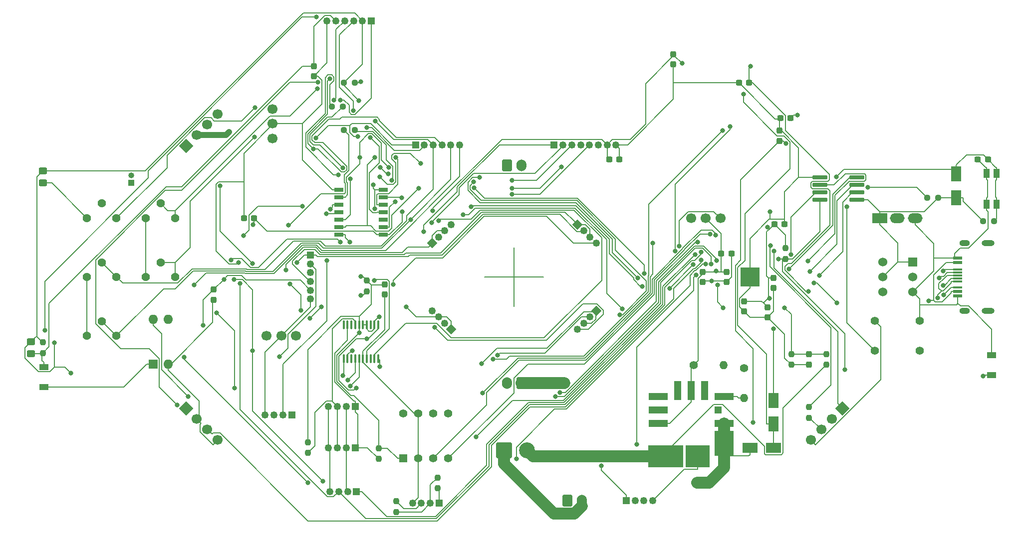
<source format=gbl>
%TF.GenerationSoftware,KiCad,Pcbnew,(6.0.9)*%
%TF.CreationDate,2022-12-21T05:14:31+09:00*%
%TF.ProjectId,main,6d61696e-2e6b-4696-9361-645f70636258,rev?*%
%TF.SameCoordinates,Original*%
%TF.FileFunction,Copper,L2,Bot*%
%TF.FilePolarity,Positive*%
%FSLAX46Y46*%
G04 Gerber Fmt 4.6, Leading zero omitted, Abs format (unit mm)*
G04 Created by KiCad (PCBNEW (6.0.9)) date 2022-12-21 05:14:31*
%MOMM*%
%LPD*%
G01*
G04 APERTURE LIST*
G04 Aperture macros list*
%AMRoundRect*
0 Rectangle with rounded corners*
0 $1 Rounding radius*
0 $2 $3 $4 $5 $6 $7 $8 $9 X,Y pos of 4 corners*
0 Add a 4 corners polygon primitive as box body*
4,1,4,$2,$3,$4,$5,$6,$7,$8,$9,$2,$3,0*
0 Add four circle primitives for the rounded corners*
1,1,$1+$1,$2,$3*
1,1,$1+$1,$4,$5*
1,1,$1+$1,$6,$7*
1,1,$1+$1,$8,$9*
0 Add four rect primitives between the rounded corners*
20,1,$1+$1,$2,$3,$4,$5,0*
20,1,$1+$1,$4,$5,$6,$7,0*
20,1,$1+$1,$6,$7,$8,$9,0*
20,1,$1+$1,$8,$9,$2,$3,0*%
%AMHorizOval*
0 Thick line with rounded ends*
0 $1 width*
0 $2 $3 position (X,Y) of the first rounded end (center of the circle)*
0 $4 $5 position (X,Y) of the second rounded end (center of the circle)*
0 Add line between two ends*
20,1,$1,$2,$3,$4,$5,0*
0 Add two circle primitives to create the rounded ends*
1,1,$1,$2,$3*
1,1,$1,$4,$5*%
%AMRotRect*
0 Rectangle, with rotation*
0 The origin of the aperture is its center*
0 $1 length*
0 $2 width*
0 $3 Rotation angle, in degrees counterclockwise*
0 Add horizontal line*
21,1,$1,$2,0,0,$3*%
G04 Aperture macros list end*
%TA.AperFunction,NonConductor*%
%ADD10C,0.200000*%
%TD*%
%TA.AperFunction,ComponentPad*%
%ADD11R,2.500000X1.700000*%
%TD*%
%TA.AperFunction,ComponentPad*%
%ADD12O,2.500000X1.700000*%
%TD*%
%TA.AperFunction,ComponentPad*%
%ADD13C,1.431000*%
%TD*%
%TA.AperFunction,ComponentPad*%
%ADD14R,1.250000X1.250000*%
%TD*%
%TA.AperFunction,ComponentPad*%
%ADD15C,1.250000*%
%TD*%
%TA.AperFunction,ComponentPad*%
%ADD16RoundRect,0.250000X-0.600000X-0.750000X0.600000X-0.750000X0.600000X0.750000X-0.600000X0.750000X0*%
%TD*%
%TA.AperFunction,ComponentPad*%
%ADD17O,1.700000X2.000000*%
%TD*%
%TA.AperFunction,ComponentPad*%
%ADD18R,1.524000X1.524000*%
%TD*%
%TA.AperFunction,ComponentPad*%
%ADD19C,1.524000*%
%TD*%
%TA.AperFunction,ComponentPad*%
%ADD20RoundRect,0.250001X-1.099999X-1.099999X1.099999X-1.099999X1.099999X1.099999X-1.099999X1.099999X0*%
%TD*%
%TA.AperFunction,ComponentPad*%
%ADD21C,2.700000*%
%TD*%
%TA.AperFunction,ComponentPad*%
%ADD22RotRect,1.250000X1.250000X315.000000*%
%TD*%
%TA.AperFunction,ComponentPad*%
%ADD23R,1.600000X1.600000*%
%TD*%
%TA.AperFunction,ComponentPad*%
%ADD24O,1.600000X1.600000*%
%TD*%
%TA.AperFunction,ComponentPad*%
%ADD25RoundRect,0.250000X0.600000X0.750000X-0.600000X0.750000X-0.600000X-0.750000X0.600000X-0.750000X0*%
%TD*%
%TA.AperFunction,ComponentPad*%
%ADD26C,1.400000*%
%TD*%
%TA.AperFunction,ComponentPad*%
%ADD27O,1.400000X1.400000*%
%TD*%
%TA.AperFunction,ComponentPad*%
%ADD28C,1.397000*%
%TD*%
%TA.AperFunction,ComponentPad*%
%ADD29RotRect,1.250000X1.250000X225.000000*%
%TD*%
%TA.AperFunction,ComponentPad*%
%ADD30R,1.000000X1.000000*%
%TD*%
%TA.AperFunction,ComponentPad*%
%ADD31O,1.000000X1.000000*%
%TD*%
%TA.AperFunction,ComponentPad*%
%ADD32R,1.409600X1.409600*%
%TD*%
%TA.AperFunction,ComponentPad*%
%ADD33C,1.409600*%
%TD*%
%TA.AperFunction,ComponentPad*%
%ADD34RotRect,1.250000X1.250000X135.000000*%
%TD*%
%TA.AperFunction,ComponentPad*%
%ADD35RotRect,1.250000X1.250000X45.000000*%
%TD*%
%TA.AperFunction,ComponentPad*%
%ADD36R,3.200000X3.200000*%
%TD*%
%TA.AperFunction,SMDPad,CuDef*%
%ADD37RoundRect,0.237500X0.237500X-0.300000X0.237500X0.300000X-0.237500X0.300000X-0.237500X-0.300000X0*%
%TD*%
%TA.AperFunction,SMDPad,CuDef*%
%ADD38RoundRect,0.237500X0.300000X0.237500X-0.300000X0.237500X-0.300000X-0.237500X0.300000X-0.237500X0*%
%TD*%
%TA.AperFunction,SMDPad,CuDef*%
%ADD39RoundRect,0.237500X0.237500X-0.250000X0.237500X0.250000X-0.237500X0.250000X-0.237500X-0.250000X0*%
%TD*%
%TA.AperFunction,SMDPad,CuDef*%
%ADD40R,3.300000X1.270000*%
%TD*%
%TA.AperFunction,SMDPad,CuDef*%
%ADD41R,5.890000X3.810000*%
%TD*%
%TA.AperFunction,SMDPad,CuDef*%
%ADD42R,4.120000X3.830000*%
%TD*%
%TA.AperFunction,SMDPad,CuDef*%
%ADD43R,3.300000X4.320000*%
%TD*%
%TA.AperFunction,SMDPad,CuDef*%
%ADD44R,1.270000X3.300000*%
%TD*%
%TA.AperFunction,SMDPad,CuDef*%
%ADD45R,1.270000X1.270000*%
%TD*%
%TA.AperFunction,SMDPad,CuDef*%
%ADD46RoundRect,0.237500X-0.237500X0.250000X-0.237500X-0.250000X0.237500X-0.250000X0.237500X0.250000X0*%
%TD*%
%TA.AperFunction,SMDPad,CuDef*%
%ADD47RoundRect,0.237500X0.250000X0.237500X-0.250000X0.237500X-0.250000X-0.237500X0.250000X-0.237500X0*%
%TD*%
%TA.AperFunction,SMDPad,CuDef*%
%ADD48R,1.000000X1.550000*%
%TD*%
%TA.AperFunction,SMDPad,CuDef*%
%ADD49RoundRect,0.237500X-0.300000X-0.237500X0.300000X-0.237500X0.300000X0.237500X-0.300000X0.237500X0*%
%TD*%
%TA.AperFunction,SMDPad,CuDef*%
%ADD50RoundRect,0.100000X-0.100000X0.637500X-0.100000X-0.637500X0.100000X-0.637500X0.100000X0.637500X0*%
%TD*%
%TA.AperFunction,SMDPad,CuDef*%
%ADD51RoundRect,0.237500X-0.237500X0.300000X-0.237500X-0.300000X0.237500X-0.300000X0.237500X0.300000X0*%
%TD*%
%TA.AperFunction,ComponentPad*%
%ADD52RotRect,1.700000X1.700000X135.000000*%
%TD*%
%TA.AperFunction,ComponentPad*%
%ADD53HorizOval,1.700000X0.000000X0.000000X0.000000X0.000000X0*%
%TD*%
%TA.AperFunction,SMDPad,CuDef*%
%ADD54R,1.800000X2.500000*%
%TD*%
%TA.AperFunction,SMDPad,CuDef*%
%ADD55R,1.600000X1.050000*%
%TD*%
%TA.AperFunction,ComponentPad*%
%ADD56RotRect,1.700000X1.700000X225.000000*%
%TD*%
%TA.AperFunction,ComponentPad*%
%ADD57HorizOval,1.700000X0.000000X0.000000X0.000000X0.000000X0*%
%TD*%
%TA.AperFunction,SMDPad,CuDef*%
%ADD58RoundRect,0.150000X-1.150000X-0.150000X1.150000X-0.150000X1.150000X0.150000X-1.150000X0.150000X0*%
%TD*%
%TA.AperFunction,SMDPad,CuDef*%
%ADD59R,2.500000X1.800000*%
%TD*%
%TA.AperFunction,SMDPad,CuDef*%
%ADD60R,1.597660X0.698500*%
%TD*%
%TA.AperFunction,SMDPad,CuDef*%
%ADD61RoundRect,0.237500X-0.250000X-0.237500X0.250000X-0.237500X0.250000X0.237500X-0.250000X0.237500X0*%
%TD*%
%TA.AperFunction,ComponentPad*%
%ADD62C,1.700000*%
%TD*%
%TA.AperFunction,ComponentPad*%
%ADD63RotRect,1.700000X1.700000X315.000000*%
%TD*%
%TA.AperFunction,ComponentPad*%
%ADD64HorizOval,1.700000X0.000000X0.000000X0.000000X0.000000X0*%
%TD*%
%TA.AperFunction,SMDPad,CuDef*%
%ADD65RoundRect,0.250000X-0.450000X0.325000X-0.450000X-0.325000X0.450000X-0.325000X0.450000X0.325000X0*%
%TD*%
%TA.AperFunction,ComponentPad*%
%ADD66O,1.800000X1.000000*%
%TD*%
%TA.AperFunction,ComponentPad*%
%ADD67O,2.200000X1.000000*%
%TD*%
%TA.AperFunction,SMDPad,CuDef*%
%ADD68R,1.650000X0.575000*%
%TD*%
%TA.AperFunction,SMDPad,CuDef*%
%ADD69R,1.650000X0.300000*%
%TD*%
%TA.AperFunction,ViaPad*%
%ADD70C,0.800000*%
%TD*%
%TA.AperFunction,ViaPad*%
%ADD71C,1.500000*%
%TD*%
%TA.AperFunction,Conductor*%
%ADD72C,0.150000*%
%TD*%
%TA.AperFunction,Conductor*%
%ADD73C,2.000000*%
%TD*%
%TA.AperFunction,Conductor*%
%ADD74C,1.000000*%
%TD*%
G04 APERTURE END LIST*
D10*
X145000000Y-100000000D02*
X155000000Y-100000000D01*
X150000000Y-95000000D02*
X150000000Y-105000000D01*
D11*
%TO.P,SW5,1,A*%
%TO.N,SW1_3*%
X212000000Y-90000000D03*
D12*
%TO.P,SW5,2,B*%
%TO.N,SW1_1*%
X215000000Y-90000000D03*
%TO.P,SW5,3,C*%
%TO.N,SW1_6*%
X218000000Y-90000000D03*
%TD*%
D13*
%TO.P,RV2,1,1*%
%TO.N,Net-(D12-Pad2)*%
X87500000Y-90000000D03*
%TO.P,RV2,2,2*%
%TO.N,Net-(J24-Pad2)*%
X90000000Y-87500000D03*
%TO.P,RV2,3,3*%
X92500000Y-90000000D03*
%TD*%
D14*
%TO.P,J17,1,Pin_1*%
%TO.N,Net-(J17-Pad1)*%
X115450000Y-96250000D03*
D15*
%TO.P,J17,2,Pin_2*%
%TO.N,+3.3VA*%
X115450000Y-97750000D03*
%TO.P,J17,3,Pin_3*%
%TO.N,Net-(J17-Pad3)*%
X115450000Y-99250000D03*
%TO.P,J17,4,Pin_4*%
%TO.N,Net-(J17-Pad4)*%
X115450000Y-100750000D03*
%TO.P,J17,5,Pin_5*%
%TO.N,Net-(C8-Pad1)*%
X115450000Y-102250000D03*
%TO.P,J17,6,Pin_6*%
%TO.N,SW1_6*%
X115450000Y-103750000D03*
%TD*%
D16*
%TO.P,J8,1,Pin_1*%
%TO.N,SW1_6*%
X148750000Y-81000000D03*
D17*
%TO.P,J8,2,Pin_2*%
%TO.N,+15V*%
X151250000Y-81000000D03*
%TD*%
D18*
%TO.P,SW6,1,A*%
%TO.N,SW1_3*%
X217645000Y-97460000D03*
D19*
%TO.P,SW6,2,B*%
%TO.N,SW1_4*%
X217645000Y-100000000D03*
%TO.P,SW6,3,C*%
%TO.N,SW1_6*%
X217645000Y-102540000D03*
%TO.P,SW6,4,KR*%
%TO.N,Net-(R37-Pad1)*%
X212565000Y-97460000D03*
%TO.P,SW6,5,A*%
%TO.N,SW1_3*%
X212565000Y-100000000D03*
%TO.P,SW6,6,KG*%
%TO.N,Net-(R40-Pad1)*%
X212565000Y-102540000D03*
%TD*%
D14*
%TO.P,J14,1,Pin_1*%
%TO.N,SCL_IMU*%
X123000000Y-122000000D03*
D15*
%TO.P,J14,2,Pin_2*%
%TO.N,SW1_3*%
X121500000Y-122000000D03*
%TO.P,J14,3,Pin_3*%
%TO.N,SDA_IMU*%
X120000000Y-122000000D03*
%TO.P,J14,4,Pin_4*%
%TO.N,SW1_6*%
X118500000Y-122000000D03*
%TD*%
D20*
%TO.P,J5,1,Pin_1*%
%TO.N,SW1_6*%
X148242500Y-129450000D03*
D21*
%TO.P,J5,2,Pin_2*%
%TO.N,+15V*%
X152202500Y-129450000D03*
%TD*%
D22*
%TO.P,J20,1,Pin_1*%
%TO.N,Net-(J20-Pad1)*%
X139272800Y-108909200D03*
D15*
%TO.P,J20,2,Pin_2*%
%TO.N,Net-(J20-Pad2)*%
X138212140Y-107848540D03*
%TO.P,J20,3,Pin_3*%
%TO.N,Net-(J20-Pad1)*%
X137151480Y-106787880D03*
%TO.P,J20,4,Pin_4*%
%TO.N,Net-(J20-Pad4)*%
X136090819Y-105727219D03*
%TD*%
D23*
%TO.P,SW7,1*%
%TO.N,SW1_6*%
X88725000Y-114767500D03*
D24*
%TO.P,SW7,2*%
X91265000Y-114767500D03*
%TO.P,SW7,3*%
%TO.N,Net-(R38-Pad2)*%
X91265000Y-107147500D03*
%TO.P,SW7,4*%
%TO.N,Net-(R39-Pad2)*%
X88725000Y-107147500D03*
%TD*%
D25*
%TO.P,J9,1,Pin_1*%
%TO.N,SW1_6*%
X151250000Y-118000000D03*
D17*
%TO.P,J9,2,Pin_2*%
%TO.N,+15V*%
X148750000Y-118000000D03*
%TD*%
D16*
%TO.P,J15,1,Pin_1*%
%TO.N,+5V*%
X159000000Y-138000000D03*
D17*
%TO.P,J15,2,Pin_2*%
%TO.N,SW1_6*%
X161500000Y-138000000D03*
%TD*%
D13*
%TO.P,RV5,1,1*%
%TO.N,Net-(D12-Pad2)*%
X77500000Y-110000000D03*
%TO.P,RV5,2,2*%
%TO.N,Line5*%
X80000000Y-107500000D03*
%TO.P,RV5,3,3*%
X82500000Y-110000000D03*
%TD*%
D14*
%TO.P,J23,1,Pin_1*%
%TO.N,Net-(J23-Pad1)*%
X125750000Y-56450000D03*
D15*
%TO.P,J23,2,Pin_2*%
%TO.N,Vcc1*%
X124250000Y-56450000D03*
%TO.P,J23,3,Pin_3*%
%TO.N,Net-(J23-Pad3)*%
X122750000Y-56450000D03*
%TO.P,J23,4,Pin_4*%
%TO.N,Net-(J23-Pad4)*%
X121250000Y-56450000D03*
%TO.P,J23,5,Pin_5*%
%TO.N,Net-(C11-Pad1)*%
X119750000Y-56450000D03*
%TO.P,J23,6,Pin_6*%
%TO.N,SW1_6*%
X118250000Y-56450000D03*
%TD*%
D13*
%TO.P,RV4,1,1*%
%TO.N,Net-(D12-Pad2)*%
X87500000Y-100000000D03*
%TO.P,RV4,2,2*%
%TO.N,Net-(J24-Pad4)*%
X90000000Y-97500000D03*
%TO.P,RV4,3,3*%
X92500000Y-100000000D03*
%TD*%
D26*
%TO.P,R11,1*%
%TO.N,SW1_6*%
X180460000Y-115000000D03*
D27*
%TO.P,R11,2*%
%TO.N,Net-(R11-Pad2)*%
X185540000Y-115000000D03*
%TD*%
D28*
%TO.P,SW4,1,1*%
%TO.N,SW1_5*%
X218810000Y-112540000D03*
X211190000Y-112540000D03*
%TO.P,SW4,2,2*%
%TO.N,SW1_6*%
X211190000Y-107460000D03*
X218810000Y-107460000D03*
%TD*%
D29*
%TO.P,J21,1,Pin_1*%
%TO.N,Net-(J21-Pad1)*%
X136090800Y-94272800D03*
D15*
%TO.P,J21,2,Pin_2*%
%TO.N,Net-(J21-Pad2)*%
X137151460Y-93212140D03*
%TO.P,J21,3,Pin_3*%
%TO.N,Net-(J21-Pad1)*%
X138212120Y-92151480D03*
%TO.P,J21,4,Pin_4*%
%TO.N,Net-(J21-Pad4)*%
X139272781Y-91090819D03*
%TD*%
D30*
%TO.P,JP1,1,A*%
%TO.N,Net-(C25-Pad1)*%
X85000000Y-84000000D03*
D31*
%TO.P,JP1,2,B*%
%TO.N,Net-(D13-Pad2)*%
X85000000Y-82730000D03*
%TD*%
D14*
%TO.P,J16,1,Pin_1*%
%TO.N,Net-(J16-Pad1)*%
X156775000Y-77525000D03*
D15*
%TO.P,J16,2,Pin_2*%
%TO.N,Net-(J16-Pad2)*%
X158275000Y-77525000D03*
%TO.P,J16,3,Pin_3*%
%TO.N,Net-(J16-Pad3)*%
X159775000Y-77525000D03*
%TO.P,J16,4,Pin_4*%
%TO.N,Net-(J16-Pad4)*%
X161275000Y-77525000D03*
%TO.P,J16,5,Pin_5*%
%TO.N,Net-(J16-Pad5)*%
X162775000Y-77525000D03*
%TO.P,J16,6,Pin_6*%
%TO.N,Net-(J16-Pad6)*%
X164275000Y-77525000D03*
%TO.P,J16,7,Pin_7*%
%TO.N,SW1_3*%
X165775000Y-77525000D03*
%TO.P,J16,8,Pin_8*%
%TO.N,SW1_6*%
X167275000Y-77525000D03*
%TD*%
D14*
%TO.P,J6,1,Pin_1*%
%TO.N,/rp2040/GPIO08{slash}11*%
X169000000Y-138000000D03*
D15*
%TO.P,J6,2,Pin_2*%
%TO.N,+5V*%
X170500000Y-138000000D03*
%TO.P,J6,3,Pin_3*%
%TO.N,Net-(J6-Pad3)*%
X172000000Y-138000000D03*
%TO.P,J6,4,Pin_4*%
%TO.N,SW1_6*%
X173500000Y-138000000D03*
%TD*%
D13*
%TO.P,RV3,1,1*%
%TO.N,Net-(D12-Pad2)*%
X77500000Y-100000000D03*
%TO.P,RV3,2,2*%
%TO.N,Net-(J24-Pad3)*%
X80000000Y-97500000D03*
%TO.P,RV3,3,3*%
X82500000Y-100000000D03*
%TD*%
D14*
%TO.P,J2,1,Pin_1*%
%TO.N,/rp2040/GPIO14{slash}19*%
X112250000Y-123450000D03*
D15*
%TO.P,J2,2,Pin_2*%
%TO.N,SW1_3*%
X110750000Y-123450000D03*
%TO.P,J2,3,Pin_3*%
%TO.N,/rp2040/GPIO15{slash}20*%
X109250000Y-123450000D03*
%TO.P,J2,4,Pin_4*%
%TO.N,SW1_6*%
X107750000Y-123450000D03*
%TD*%
D32*
%TO.P,U11,1,VIN*%
%TO.N,Net-(C25-Pad1)*%
X131190000Y-130810000D03*
D33*
%TO.P,U11,2,GND*%
%TO.N,SW1_6*%
X133730000Y-130810000D03*
%TO.P,U11,3,SDA*%
%TO.N,SDA_IMU*%
X136270000Y-130810000D03*
%TO.P,U11,4,SCL*%
%TO.N,SCL_IMU*%
X138810000Y-130810000D03*
%TO.P,U11,5,RESET*%
%TO.N,Net-(D17-Pad2)*%
X138810000Y-123190000D03*
%TO.P,U11,6,INT*%
%TO.N,unconnected-(U11-Pad6)*%
X136270000Y-123190000D03*
%TO.P,U11,7,GND*%
%TO.N,SW1_6*%
X133730000Y-123190000D03*
%TO.P,U11,8,VOUT*%
%TO.N,unconnected-(U11-Pad8)*%
X131190000Y-123190000D03*
%TD*%
D14*
%TO.P,J22,1,Pin_1*%
%TO.N,/LineTrimmer/SCL*%
X137250000Y-138450000D03*
D15*
%TO.P,J22,2,Pin_2*%
%TO.N,Vcc1*%
X135750000Y-138450000D03*
%TO.P,J22,3,Pin_3*%
%TO.N,/LineTrimmer/SDA*%
X134250000Y-138450000D03*
%TO.P,J22,4,Pin_4*%
%TO.N,SW1_6*%
X132750000Y-138450000D03*
%TD*%
D13*
%TO.P,RV1,1,1*%
%TO.N,Net-(D12-Pad2)*%
X77500000Y-90000000D03*
%TO.P,RV1,2,2*%
%TO.N,Net-(J24-Pad1)*%
X80000000Y-87500000D03*
%TO.P,RV1,3,3*%
X82500000Y-90000000D03*
%TD*%
D14*
%TO.P,J24,1,Pin_1*%
%TO.N,Net-(J24-Pad1)*%
X133250000Y-77550000D03*
D15*
%TO.P,J24,2,Pin_2*%
%TO.N,Net-(J24-Pad2)*%
X134750000Y-77550000D03*
%TO.P,J24,3,Pin_3*%
%TO.N,Net-(J24-Pad3)*%
X136250000Y-77550000D03*
%TO.P,J24,4,Pin_4*%
%TO.N,Net-(J24-Pad4)*%
X137750000Y-77550000D03*
%TO.P,J24,5,Pin_5*%
%TO.N,Line5*%
X139250000Y-77550000D03*
%TO.P,J24,6,Pin_6*%
%TO.N,Net-(D12-Pad2)*%
X140750000Y-77550000D03*
%TD*%
D34*
%TO.P,J18,1,Pin_1*%
%TO.N,Net-(J17-Pad4)*%
X160727200Y-91090800D03*
D15*
%TO.P,J18,2,Pin_2*%
%TO.N,Net-(J17-Pad1)*%
X161787860Y-92151460D03*
%TO.P,J18,3,Pin_3*%
%TO.N,Net-(J17-Pad4)*%
X162848520Y-93212120D03*
%TO.P,J18,4,Pin_4*%
%TO.N,Net-(J17-Pad3)*%
X163909181Y-94272781D03*
%TD*%
D35*
%TO.P,J19,1,Pin_1*%
%TO.N,Net-(J19-Pad1)*%
X163909200Y-105727200D03*
D15*
%TO.P,J19,2,Pin_2*%
%TO.N,Net-(J19-Pad2)*%
X162848540Y-106787860D03*
%TO.P,J19,3,Pin_3*%
%TO.N,Net-(J19-Pad1)*%
X161787880Y-107848520D03*
%TO.P,J19,4,Pin_4*%
%TO.N,Net-(J19-Pad4)*%
X160727219Y-108909181D03*
%TD*%
D14*
%TO.P,J11,1,Pin_1*%
%TO.N,SCL_IMU*%
X123000000Y-129000000D03*
D15*
%TO.P,J11,2,Pin_2*%
%TO.N,SW1_3*%
X121500000Y-129000000D03*
%TO.P,J11,3,Pin_3*%
%TO.N,SDA_IMU*%
X120000000Y-129000000D03*
%TO.P,J11,4,Pin_4*%
%TO.N,SW1_6*%
X118500000Y-129000000D03*
%TD*%
D36*
%TO.P,U7,57,GND*%
%TO.N,SW1_6*%
X190000000Y-100000000D03*
%TD*%
D26*
%TO.P,R9,1*%
%TO.N,Net-(R11-Pad2)*%
X189000000Y-115460000D03*
D27*
%TO.P,R9,2*%
%TO.N,Net-(R9-Pad2)*%
X189000000Y-120540000D03*
%TD*%
D14*
%TO.P,J3,1,Pin_1*%
%TO.N,/Sheet63625160/SCL_1*%
X123250000Y-136450000D03*
D15*
%TO.P,J3,2,Pin_2*%
%TO.N,SW1_3*%
X121750000Y-136450000D03*
%TO.P,J3,3,Pin_3*%
%TO.N,/Sheet63625160/SDA_1*%
X120250000Y-136450000D03*
%TO.P,J3,4,Pin_4*%
%TO.N,SW1_6*%
X118750000Y-136450000D03*
%TD*%
D37*
%TO.P,C24,1*%
%TO.N,+5V*%
X195000000Y-76862500D03*
%TO.P,C24,2*%
%TO.N,SW1_6*%
X195000000Y-75137500D03*
%TD*%
D38*
%TO.P,C25,1*%
%TO.N,Net-(C25-Pad1)*%
X196862500Y-73000000D03*
%TO.P,C25,2*%
%TO.N,SW1_6*%
X195137500Y-73000000D03*
%TD*%
D39*
%TO.P,R35,1*%
%TO.N,QSPI_SS*%
X196000000Y-96912500D03*
%TO.P,R35,2*%
%TO.N,SW1_3*%
X196000000Y-95087500D03*
%TD*%
D40*
%TO.P,U4,1,ON/OFF*%
%TO.N,SW1_6*%
X174422000Y-124873000D03*
D41*
%TO.P,U4,2,VIN*%
%TO.N,+15V*%
X175693000Y-130457000D03*
D42*
%TO.P,U4,3,GND_1*%
%TO.N,SW1_6*%
X181154000Y-130457000D03*
D43*
%TO.P,U4,4,VOUT*%
%TO.N,+5V*%
X185599000Y-128298000D03*
D40*
%TO.P,U4,5,SENSE*%
X185602000Y-124873000D03*
%TO.P,U4,6,TRIM*%
%TO.N,Net-(R9-Pad2)*%
X185602000Y-120293000D03*
D44*
%TO.P,U4,7,GND_2*%
%TO.N,SW1_6*%
X180017000Y-119278000D03*
%TO.P,U4,8,NC_1*%
%TO.N,unconnected-(U4-Pad8)*%
X177727000Y-119278000D03*
D40*
%TO.P,U4,9,SEQ*%
%TO.N,unconnected-(U4-Pad9)*%
X174422000Y-120293000D03*
%TO.P,U4,10,PGOOD*%
%TO.N,unconnected-(U4-Pad10)*%
X174422000Y-122583000D03*
D45*
%TO.P,U4,11,NC_2*%
%TO.N,unconnected-(U4-Pad11)*%
X184587000Y-122583000D03*
D44*
%TO.P,U4,12,NC_3*%
%TO.N,unconnected-(U4-Pad12)*%
X182297000Y-119278000D03*
%TD*%
D46*
%TO.P,R26,1*%
%TO.N,Vcc1*%
X137000000Y-134087500D03*
%TO.P,R26,2*%
%TO.N,/LineTrimmer/SCL*%
X137000000Y-135912500D03*
%TD*%
D38*
%TO.P,C14,1*%
%TO.N,+1V1*%
X186862500Y-96000000D03*
%TO.P,C14,2*%
%TO.N,SW1_6*%
X185137500Y-96000000D03*
%TD*%
D39*
%TO.P,R29,1*%
%TO.N,Net-(C11-Pad1)*%
X70000000Y-112912500D03*
%TO.P,R29,2*%
%TO.N,Vcc1*%
X70000000Y-111087500D03*
%TD*%
D38*
%TO.P,C23,1*%
%TO.N,SW1_3*%
X105862500Y-90000000D03*
%TO.P,C23,2*%
%TO.N,SW1_6*%
X104137500Y-90000000D03*
%TD*%
D47*
%TO.P,R6,1*%
%TO.N,SW1_3*%
X221912500Y-86500000D03*
%TO.P,R6,2*%
%TO.N,SCL_IMU*%
X220087500Y-86500000D03*
%TD*%
D39*
%TO.P,R17,1*%
%TO.N,+15V*%
X203000000Y-114912500D03*
%TO.P,R17,2*%
%TO.N,Vbatt*%
X203000000Y-113087500D03*
%TD*%
D48*
%TO.P,SW1,1,1*%
%TO.N,RESET*%
X231850000Y-82375000D03*
X231850000Y-87625000D03*
%TO.P,SW1,2,2*%
%TO.N,SW1_6*%
X230150000Y-87625000D03*
X230150000Y-82375000D03*
%TD*%
D46*
%TO.P,R47,1*%
%TO.N,Net-(C25-Pad1)*%
X127000000Y-129087500D03*
%TO.P,R47,2*%
%TO.N,SCL_IMU*%
X127000000Y-130912500D03*
%TD*%
D37*
%TO.P,C12,1*%
%TO.N,+1V1*%
X186000000Y-100862500D03*
%TO.P,C12,2*%
%TO.N,SW1_6*%
X186000000Y-99137500D03*
%TD*%
D47*
%TO.P,R37,1*%
%TO.N,Net-(R37-Pad1)*%
X120912500Y-71000000D03*
%TO.P,R37,2*%
%TO.N,Net-(R37-Pad2)*%
X119087500Y-71000000D03*
%TD*%
D49*
%TO.P,C21,1*%
%TO.N,SW1_3*%
X166137500Y-80000000D03*
%TO.P,C21,2*%
%TO.N,SW1_6*%
X167862500Y-80000000D03*
%TD*%
D46*
%TO.P,R18,1*%
%TO.N,Vbatt*%
X197000000Y-113087500D03*
%TO.P,R18,2*%
%TO.N,SW1_6*%
X197000000Y-114912500D03*
%TD*%
D50*
%TO.P,U10,1,INT*%
%TO.N,unconnected-(U10-Pad1)*%
X121075000Y-108137500D03*
%TO.P,U10,2,SCL*%
%TO.N,SCL_IMU*%
X121725000Y-108137500D03*
%TO.P,U10,3,NC*%
%TO.N,unconnected-(U10-Pad3)*%
X122375000Y-108137500D03*
%TO.P,U10,4,SDA*%
%TO.N,SDA_IMU*%
X123025000Y-108137500D03*
%TO.P,U10,5,VCC*%
%TO.N,Net-(C25-Pad1)*%
X123675000Y-108137500D03*
%TO.P,U10,6,A0*%
%TO.N,Net-(R41-Pad2)*%
X124325000Y-108137500D03*
%TO.P,U10,7,A1*%
X124975000Y-108137500D03*
%TO.P,U10,8,NC*%
%TO.N,unconnected-(U10-Pad8)*%
X125625000Y-108137500D03*
%TO.P,U10,9,A2*%
%TO.N,Net-(R41-Pad2)*%
X126275000Y-108137500D03*
%TO.P,U10,10,P0*%
%TO.N,Net-(R39-Pad2)*%
X126925000Y-108137500D03*
%TO.P,U10,11,P1*%
%TO.N,Net-(R38-Pad2)*%
X126925000Y-113862500D03*
%TO.P,U10,12,P2*%
%TO.N,Net-(R37-Pad2)*%
X126275000Y-113862500D03*
%TO.P,U10,13,NC*%
%TO.N,unconnected-(U10-Pad13)*%
X125625000Y-113862500D03*
%TO.P,U10,14,P3*%
%TO.N,Net-(R40-Pad2)*%
X124975000Y-113862500D03*
%TO.P,U10,15,GND*%
%TO.N,SW1_6*%
X124325000Y-113862500D03*
%TO.P,U10,16,P4*%
%TO.N,Net-(R45-Pad1)*%
X123675000Y-113862500D03*
%TO.P,U10,17,P5*%
%TO.N,Net-(R44-Pad1)*%
X123025000Y-113862500D03*
%TO.P,U10,18,NC*%
%TO.N,unconnected-(U10-Pad18)*%
X122375000Y-113862500D03*
%TO.P,U10,19,P6*%
%TO.N,Net-(R43-Pad1)*%
X121725000Y-113862500D03*
%TO.P,U10,20,P7*%
%TO.N,Net-(R42-Pad1)*%
X121075000Y-113862500D03*
%TD*%
D51*
%TO.P,C11,1*%
%TO.N,Net-(C11-Pad1)*%
X116000000Y-64137500D03*
%TO.P,C11,2*%
%TO.N,SW1_6*%
X116000000Y-65862500D03*
%TD*%
D39*
%TO.P,R27,1*%
%TO.N,Vcc1*%
X130000000Y-139912500D03*
%TO.P,R27,2*%
%TO.N,/LineTrimmer/SDA*%
X130000000Y-138087500D03*
%TD*%
D47*
%TO.P,R40,1*%
%TO.N,Net-(R40-Pad1)*%
X122912500Y-75000000D03*
%TO.P,R40,2*%
%TO.N,Net-(R40-Pad2)*%
X121087500Y-75000000D03*
%TD*%
D52*
%TO.P,J4,1,Pin_1*%
%TO.N,/rp2040/GPIO00{slash}01*%
X205687000Y-122313000D03*
D53*
%TO.P,J4,2,Pin_2*%
%TO.N,+5V*%
X203890949Y-124109051D03*
%TO.P,J4,3,Pin_3*%
%TO.N,Net-(J4-Pad3)*%
X202094898Y-125905102D03*
%TO.P,J4,4,Pin_4*%
%TO.N,SW1_6*%
X200298846Y-127701154D03*
%TD*%
D47*
%TO.P,R25,1*%
%TO.N,Net-(R25-Pad1)*%
X122912500Y-67000000D03*
%TO.P,R25,2*%
%TO.N,Vcc1*%
X121087500Y-67000000D03*
%TD*%
D54*
%TO.P,D1,1,K*%
%TO.N,Net-(C1-Pad1)*%
X194000000Y-125000000D03*
%TO.P,D1,2,A*%
%TO.N,Net-(D1-Pad2)*%
X194000000Y-121000000D03*
%TD*%
D51*
%TO.P,C15,1*%
%TO.N,SW1_3*%
X194000000Y-100137500D03*
%TO.P,C15,2*%
%TO.N,SW1_6*%
X194000000Y-101862500D03*
%TD*%
D49*
%TO.P,C17,1*%
%TO.N,SW1_3*%
X194137500Y-91000000D03*
%TO.P,C17,2*%
%TO.N,SW1_6*%
X195862500Y-91000000D03*
%TD*%
D37*
%TO.P,C13,1*%
%TO.N,+1V1*%
X182000000Y-100862500D03*
%TO.P,C13,2*%
%TO.N,SW1_6*%
X182000000Y-99137500D03*
%TD*%
D55*
%TO.P,SW2,1,1*%
%TO.N,SW1_6*%
X70200000Y-118700000D03*
%TO.P,SW2,2,2*%
%TO.N,Net-(C11-Pad1)*%
X70200000Y-115300000D03*
%TD*%
D54*
%TO.P,D3,1,K*%
%TO.N,SW1_3*%
X225000000Y-86500000D03*
%TO.P,D3,2,A*%
%TO.N,RESET*%
X225000000Y-82500000D03*
%TD*%
D56*
%TO.P,J12,1,Pin_1*%
%TO.N,/rp2040/GPIO13{slash}17*%
X94313000Y-122313000D03*
D57*
%TO.P,J12,2,Pin_2*%
%TO.N,SW1_6*%
X96109051Y-124109051D03*
%TO.P,J12,3,Pin_3*%
%TO.N,/rp2040/GPIO12{slash}16*%
X97905102Y-125905102D03*
%TO.P,J12,4,Pin_4*%
%TO.N,SW1_6*%
X99701154Y-127701154D03*
%TD*%
D58*
%TO.P,U8,1,~{CS}*%
%TO.N,QSPI_SS*%
X201900000Y-86905000D03*
%TO.P,U8,2,DO(IO1)*%
%TO.N,QSPI_SD1*%
X201900000Y-85635000D03*
%TO.P,U8,3,IO2*%
%TO.N,QSPI_SD2*%
X201900000Y-84365000D03*
%TO.P,U8,4,GND*%
%TO.N,SW1_6*%
X201900000Y-83095000D03*
%TO.P,U8,5,DI(IO0)*%
%TO.N,QSPI_SD0*%
X208100000Y-83095000D03*
%TO.P,U8,6,CLK*%
%TO.N,QSPI_CLK*%
X208100000Y-84365000D03*
%TO.P,U8,7,IO3*%
%TO.N,QSPI_SD3*%
X208100000Y-85635000D03*
%TO.P,U8,8,VCC*%
%TO.N,SW1_3*%
X208100000Y-86905000D03*
%TD*%
D59*
%TO.P,D2,1,K*%
%TO.N,Net-(C1-Pad1)*%
X194000000Y-129000000D03*
%TO.P,D2,2,A*%
%TO.N,+5V*%
X190000000Y-129000000D03*
%TD*%
D60*
%TO.P,U3,1*%
%TO.N,Net-(R8-Pad1)*%
X120235720Y-92807460D03*
%TO.P,U3,2*%
%TO.N,/rp2040/GPIO16{slash}21*%
X120235720Y-91537460D03*
%TO.P,U3,3*%
%TO.N,Net-(R10-Pad1)*%
X120235720Y-90267460D03*
%TO.P,U3,4*%
%TO.N,/rp2040/GPIO17{slash}22*%
X120235720Y-89000000D03*
%TO.P,U3,5*%
%TO.N,Net-(R14-Pad1)*%
X120235720Y-87732540D03*
%TO.P,U3,6*%
%TO.N,/rp2040/GPIO18{slash}24*%
X120235720Y-86462540D03*
%TO.P,U3,7,GND*%
%TO.N,SW1_6*%
X120235720Y-85192540D03*
%TO.P,U3,8*%
%TO.N,/rp2040/GPIO19{slash}25*%
X127764280Y-85192540D03*
%TO.P,U3,9*%
%TO.N,Net-(R12-Pad1)*%
X127764280Y-86462540D03*
%TO.P,U3,10*%
%TO.N,/rp2040/GPIO20{slash}26*%
X127764280Y-87732540D03*
%TO.P,U3,11*%
%TO.N,Net-(R13-Pad1)*%
X127764280Y-89000000D03*
%TO.P,U3,12*%
%TO.N,unconnected-(U3-Pad12)*%
X127764280Y-90267460D03*
%TO.P,U3,13*%
%TO.N,Net-(U2-Pad14)*%
X127764280Y-91537460D03*
%TO.P,U3,14,VCC*%
%TO.N,SW1_3*%
X127764280Y-92807460D03*
%TD*%
D46*
%TO.P,R48,1*%
%TO.N,Net-(C25-Pad1)*%
X125000000Y-100587500D03*
%TO.P,R48,2*%
%TO.N,Net-(D18-Pad2)*%
X125000000Y-102412500D03*
%TD*%
D51*
%TO.P,C16,1*%
%TO.N,SW1_3*%
X177000000Y-62137500D03*
%TO.P,C16,2*%
%TO.N,SW1_6*%
X177000000Y-63862500D03*
%TD*%
D38*
%TO.P,C19,1*%
%TO.N,Net-(C19-Pad1)*%
X189862500Y-67000000D03*
%TO.P,C19,2*%
%TO.N,SW1_6*%
X188137500Y-67000000D03*
%TD*%
D46*
%TO.P,R3,1*%
%TO.N,/rp2040/GPIO01{slash}02*%
X200000000Y-122087500D03*
%TO.P,R3,2*%
%TO.N,Net-(J4-Pad3)*%
X200000000Y-123912500D03*
%TD*%
D61*
%TO.P,R5,1*%
%TO.N,SW1_3*%
X229587500Y-90500000D03*
%TO.P,R5,2*%
%TO.N,RESET*%
X231412500Y-90500000D03*
%TD*%
D49*
%TO.P,C3,1*%
%TO.N,SW1_6*%
X228637500Y-80000000D03*
%TO.P,C3,2*%
%TO.N,RESET*%
X230362500Y-80000000D03*
%TD*%
D62*
%TO.P,Y3,1,1*%
%TO.N,Net-(U7-Pad20)*%
X185000000Y-90000000D03*
%TO.P,Y3,2,2*%
%TO.N,SW1_6*%
X182500000Y-90000000D03*
%TO.P,Y3,3,3*%
%TO.N,Net-(R30-Pad2)*%
X180000000Y-90000000D03*
%TD*%
D63*
%TO.P,J13,1,Pin_1*%
%TO.N,+15V*%
X94313000Y-77687000D03*
D64*
%TO.P,J13,2,Pin_2*%
%TO.N,SW1_6*%
X96109051Y-75890949D03*
%TO.P,J13,3,Pin_3*%
%TO.N,+15V*%
X97905102Y-74094898D03*
%TO.P,J13,4,Pin_4*%
%TO.N,SW1_6*%
X99701154Y-72298846D03*
%TD*%
D51*
%TO.P,C27,1*%
%TO.N,Net-(C25-Pad1)*%
X128000000Y-101225000D03*
%TO.P,C27,2*%
%TO.N,SW1_6*%
X128000000Y-102950000D03*
%TD*%
D55*
%TO.P,SW3,1,1*%
%TO.N,SW1_6*%
X231000000Y-113300000D03*
%TO.P,SW3,2,2*%
%TO.N,Net-(R36-Pad1)*%
X231000000Y-116700000D03*
%TD*%
D65*
%TO.P,D11,1,K*%
%TO.N,Vcc1*%
X68000000Y-110975000D03*
%TO.P,D11,2,A*%
%TO.N,Net-(C11-Pad1)*%
X68000000Y-113025000D03*
%TD*%
D51*
%TO.P,C18,1*%
%TO.N,SW1_3*%
X193000000Y-105137500D03*
%TO.P,C18,2*%
%TO.N,SW1_6*%
X193000000Y-106862500D03*
%TD*%
D46*
%TO.P,R46,1*%
%TO.N,Net-(C25-Pad1)*%
X115000000Y-128087500D03*
%TO.P,R46,2*%
%TO.N,SDA_IMU*%
X115000000Y-129912500D03*
%TD*%
D51*
%TO.P,C8,1*%
%TO.N,Net-(C8-Pad1)*%
X99000000Y-102137500D03*
%TO.P,C8,2*%
%TO.N,SW1_6*%
X99000000Y-103862500D03*
%TD*%
D65*
%TO.P,D12,1,K*%
%TO.N,Vcc1*%
X70000000Y-81975000D03*
%TO.P,D12,2,A*%
%TO.N,Net-(D12-Pad2)*%
X70000000Y-84025000D03*
%TD*%
D51*
%TO.P,C6,1*%
%TO.N,Vbatt*%
X200000000Y-113137500D03*
%TO.P,C6,2*%
%TO.N,SW1_6*%
X200000000Y-114862500D03*
%TD*%
D62*
%TO.P,Y2,1,1*%
%TO.N,Net-(U6-Pad8)*%
X109000000Y-76450000D03*
%TO.P,Y2,2,2*%
%TO.N,SW1_6*%
X109000000Y-73950000D03*
%TO.P,Y2,3,3*%
%TO.N,Net-(U6-Pad7)*%
X109000000Y-71450000D03*
%TD*%
%TO.P,Y1,1,1*%
%TO.N,Net-(U5-Pad8)*%
X108000000Y-110000000D03*
%TO.P,Y1,2,2*%
%TO.N,SW1_6*%
X110500000Y-110000000D03*
%TO.P,Y1,3,3*%
%TO.N,Net-(U5-Pad7)*%
X113000000Y-110000000D03*
%TD*%
D51*
%TO.P,C22,1*%
%TO.N,SW1_3*%
X189000000Y-104137500D03*
%TO.P,C22,2*%
%TO.N,SW1_6*%
X189000000Y-105862500D03*
%TD*%
D66*
%TO.P,J1,*%
%TO.N,*%
X226380000Y-94250000D03*
D67*
X230380000Y-94250000D03*
X230380000Y-105750000D03*
D66*
X226380000Y-105750000D03*
D68*
%TO.P,J1,1,VBUS*%
%TO.N,Net-(D1-Pad2)*%
X225270000Y-102450000D03*
X225270000Y-97550000D03*
D69*
%TO.P,J1,2,D-*%
%TO.N,USB_DM*%
X225270000Y-100250000D03*
X225270000Y-99250000D03*
%TO.P,J1,3,D+*%
%TO.N,USB_DP*%
X225270000Y-99750000D03*
X225270000Y-100750000D03*
D68*
%TO.P,J1,4,GND*%
%TO.N,SW1_6*%
X225270000Y-96775000D03*
X225270000Y-103225000D03*
D69*
%TO.P,J1,5,CC1*%
%TO.N,Net-(J1-Pad5)*%
X225270000Y-98750000D03*
%TO.P,J1,6,CC2*%
%TO.N,Net-(J1-Pad6)*%
X225270000Y-101750000D03*
%TD*%
D70*
%TO.N,Net-(C1-Pad1)*%
X188874100Y-68953500D03*
%TO.N,SW1_6*%
X184265800Y-98956500D03*
X103195200Y-97494600D03*
D71*
X158500000Y-118000000D03*
D70*
X101607000Y-75392800D03*
D71*
X156500000Y-118000000D03*
D70*
X193398500Y-88868500D03*
%TO.N,+5V*%
X196078900Y-77309500D03*
X190559800Y-124705800D03*
D71*
X181000000Y-135000000D03*
X183000000Y-135000000D03*
D70*
%TO.N,SW1_3*%
X192995000Y-91516400D03*
X105687000Y-91087500D03*
X118191300Y-97217600D03*
X193312500Y-103649500D03*
X136178100Y-88693300D03*
X178454400Y-63706500D03*
X130961900Y-88920700D03*
%TO.N,RESET*%
X173530400Y-94192400D03*
X144659600Y-119749200D03*
X204693400Y-82936600D03*
%TO.N,+3.3VA*%
X110189900Y-113570700D03*
%TO.N,Vbatt*%
X195862000Y-105199400D03*
%TO.N,Net-(J16-Pad1)*%
X134615400Y-92270400D03*
%TO.N,Net-(C8-Pad1)*%
X97228200Y-108230400D03*
X100737500Y-100400000D03*
%TO.N,+1V1*%
X183516500Y-100632100D03*
%TO.N,SCL_IMU*%
X183203600Y-92694500D03*
X210016100Y-84727200D03*
%TO.N,Net-(D1-Pad2)*%
X220360700Y-104050400D03*
X194000000Y-108829100D03*
%TO.N,Net-(C19-Pad1)*%
X199921400Y-102459900D03*
X190086000Y-64213700D03*
%TO.N,Net-(C25-Pad1)*%
X123675000Y-109483300D03*
X123997500Y-99900100D03*
X185327300Y-75114000D03*
X198015500Y-72483500D03*
X146391900Y-113969400D03*
%TO.N,Net-(D12-Pad2)*%
X95698100Y-101386400D03*
%TO.N,/rp2040/GPIO14{slash}19*%
X183443000Y-97803700D03*
X143542600Y-127147900D03*
%TO.N,/rp2040/GPIO15{slash}20*%
X150379300Y-130930400D03*
X182442800Y-97777500D03*
%TO.N,/Sheet63625160/SCL_1*%
X180674800Y-96141400D03*
X102466000Y-100417500D03*
X105632400Y-112488100D03*
X117562700Y-134665000D03*
%TO.N,/Sheet63625160/SDA_1*%
X181689500Y-95747900D03*
X103477000Y-101110800D03*
%TO.N,/rp2040/GPIO08{slash}11*%
X157724400Y-119623100D03*
X164753800Y-132067000D03*
X181148900Y-94047500D03*
%TO.N,SDA_IMU*%
X184203800Y-92874600D03*
%TO.N,Net-(J17-Pad1)*%
X113095900Y-97544200D03*
%TO.N,Net-(J17-Pad3)*%
X129442800Y-101264500D03*
%TO.N,Net-(D18-Pad2)*%
X123999300Y-103085200D03*
%TO.N,Net-(J1-Pad5)*%
X222744100Y-99010600D03*
%TO.N,Net-(J1-Pad6)*%
X222825100Y-103055400D03*
%TO.N,Vcc1*%
X123664300Y-70000000D03*
X71972000Y-111137500D03*
X74784500Y-116324500D03*
%TO.N,Net-(J16-Pad2)*%
X136018100Y-90800800D03*
%TO.N,Net-(J20-Pad1)*%
X115333700Y-107023400D03*
X131635300Y-105055900D03*
X117288800Y-105039400D03*
X113852300Y-105659000D03*
X111980100Y-101200900D03*
%TO.N,Net-(J16-Pad3)*%
X134091500Y-80720400D03*
X149635700Y-83524500D03*
X127176400Y-82945500D03*
%TO.N,/rp2040/GPIO13{slash}17*%
X156971600Y-120305000D03*
X184314900Y-97223100D03*
%TO.N,/rp2040/GPIO21{slash}27*%
X184519100Y-101331200D03*
X186597600Y-74433700D03*
X185477800Y-105199400D03*
X177289900Y-95550100D03*
%TO.N,/rp2040/GPIO12{slash}16*%
X181693300Y-97098200D03*
%TO.N,Net-(J16-Pad5)*%
X149638400Y-85961700D03*
%TO.N,Net-(J21-Pad1)*%
X111261000Y-98800000D03*
%TO.N,/rp2040/GPIO00{slash}01*%
X194057100Y-95595400D03*
%TO.N,/rp2040/GPIO01{slash}02*%
X193486500Y-94686700D03*
%TO.N,/rp2040/GPIO09{slash}12*%
X180876000Y-99627400D03*
X170766000Y-128450600D03*
%TO.N,Net-(J21-Pad2)*%
X101974000Y-97154700D03*
X120534300Y-94084300D03*
%TO.N,Net-(J19-Pad1)*%
X144431200Y-114759700D03*
%TO.N,Net-(J21-Pad4)*%
X114080500Y-88004300D03*
X104086500Y-92968400D03*
%TO.N,Net-(J23-Pad3)*%
X122662600Y-71677300D03*
%TO.N,SW1_5*%
X206471100Y-88013300D03*
%TO.N,Net-(J23-Pad1)*%
X120468900Y-69903200D03*
%TO.N,USB_DP*%
X221856100Y-103523100D03*
X204760100Y-104405700D03*
X200840400Y-100981200D03*
%TO.N,USB_DM*%
X222060800Y-100131100D03*
X222743600Y-101411300D03*
%TO.N,QSPI_SS*%
X194835800Y-96901300D03*
X206101600Y-115707700D03*
%TO.N,Net-(J24-Pad1)*%
X106031800Y-71171800D03*
X116348300Y-76343100D03*
X123448400Y-76103700D03*
%TO.N,/rp2040/GPIO20{slash}26*%
X129894500Y-79650000D03*
%TO.N,/rp2040/GPIO16{slash}21*%
X126346100Y-79655700D03*
X143182400Y-84830400D03*
X133792300Y-84883200D03*
X172101200Y-99384500D03*
%TO.N,/rp2040/GPIO18{slash}24*%
X144095000Y-83095200D03*
X123763500Y-79644800D03*
X170930000Y-100162300D03*
X128684400Y-81395500D03*
%TO.N,Net-(J23-Pad4)*%
X119422800Y-69920100D03*
%TO.N,/rp2040/GPIO17{slash}22*%
X158018900Y-81302700D03*
X149642400Y-84961500D03*
X118154600Y-89224400D03*
%TO.N,/rp2040/GPIO19{slash}25*%
X126087900Y-84347000D03*
X126315800Y-88405600D03*
X142647500Y-88018100D03*
X171707500Y-101612800D03*
%TO.N,/LineTrimmer/SCL*%
X116729100Y-66876400D03*
X92817300Y-121750500D03*
%TO.N,/LineTrimmer/SDA*%
X70351600Y-109090200D03*
X116407500Y-55797900D03*
X114978800Y-134993900D03*
X93959300Y-113608700D03*
%TO.N,Net-(J24-Pad2)*%
X116563300Y-67991000D03*
X124993400Y-74591400D03*
%TO.N,Line5*%
X132419200Y-90218400D03*
%TO.N,Net-(J24-Pad3)*%
X126454800Y-73503000D03*
%TO.N,Net-(J24-Pad4)*%
X115885400Y-78231000D03*
X118738200Y-66306100D03*
X105963000Y-76165400D03*
%TO.N,QSPI_SD3*%
X201761900Y-99698800D03*
%TO.N,QSPI_CLK*%
X200149800Y-99023600D03*
%TO.N,QSPI_SD0*%
X196629500Y-98600000D03*
%TO.N,QSPI_SD2*%
X199848300Y-97240400D03*
%TO.N,QSPI_SD1*%
X196964500Y-96187300D03*
%TO.N,Net-(R13-Pad1)*%
X125574600Y-76309200D03*
%TO.N,Net-(R8-Pad1)*%
X122087500Y-94080300D03*
%TO.N,Net-(R14-Pad1)*%
X118829800Y-88482800D03*
%TO.N,Net-(R10-Pad1)*%
X122210600Y-83295500D03*
%TO.N,Net-(R23-Pad1)*%
X100089800Y-84472300D03*
X105562900Y-97671300D03*
%TO.N,Net-(R12-Pad1)*%
X130903300Y-86495200D03*
%TO.N,Net-(R30-Pad1)*%
X176356300Y-101919900D03*
X180399000Y-97877200D03*
%TO.N,Net-(R36-Pad1)*%
X229581900Y-116874200D03*
%TO.N,Net-(R25-Pad1)*%
X124001800Y-66800000D03*
%TO.N,Net-(R38-Pad2)*%
X127186200Y-115210100D03*
%TO.N,Net-(R39-Pad2)*%
X123169700Y-118864200D03*
X94699100Y-120272900D03*
X124980000Y-110498100D03*
%TO.N,Net-(R37-Pad1)*%
X120916600Y-81474900D03*
X141288300Y-89377400D03*
X168358400Y-105421300D03*
%TO.N,Net-(R40-Pad1)*%
X129216000Y-83530300D03*
X167896000Y-106393800D03*
X143144900Y-83821100D03*
%TO.N,Net-(R43-Pad1)*%
X122505000Y-112506800D03*
%TO.N,Net-(U2-Pad12)*%
X127248000Y-81374200D03*
X128634600Y-82485100D03*
%TO.N,Net-(U2-Pad14)*%
X129807500Y-87165300D03*
%TO.N,Net-(U7-Pad20)*%
X177990900Y-94775900D03*
%TO.N,Net-(R41-Pad2)*%
X127100500Y-106793000D03*
%TO.N,Net-(J19-Pad2)*%
X147139300Y-113288200D03*
%TO.N,Net-(J19-Pad4)*%
X136541600Y-108538400D03*
%TO.N,Net-(R37-Pad2)*%
X137197700Y-90464900D03*
X120134500Y-82602500D03*
%TO.N,Net-(R40-Pad2)*%
X126258000Y-100575300D03*
X111659800Y-91166500D03*
%TO.N,Net-(R45-Pad1)*%
X122152000Y-118520900D03*
%TO.N,Net-(R44-Pad1)*%
X121757700Y-117518100D03*
%TO.N,Net-(R42-Pad1)*%
X120904400Y-116747600D03*
X99530900Y-106112600D03*
X102514200Y-118851100D03*
%TD*%
D72*
%TO.N,Net-(C1-Pad1)*%
X196788200Y-77049500D02*
X195738700Y-76000000D01*
X194000000Y-125000000D02*
X192824900Y-125000000D01*
X196788200Y-81618500D02*
X196788200Y-77049500D01*
X194000000Y-129000000D02*
X194000000Y-125000000D01*
X189133900Y-97158400D02*
X189133900Y-89272800D01*
X192824900Y-113153600D02*
X187892900Y-108221600D01*
X188874100Y-70279200D02*
X188874100Y-68953500D01*
X194594900Y-76000000D02*
X188874100Y-70279200D01*
X195738700Y-76000000D02*
X194594900Y-76000000D01*
X187892900Y-108221600D02*
X187892900Y-98399400D01*
X189133900Y-89272800D02*
X196788200Y-81618500D01*
X187892900Y-98399400D02*
X189133900Y-97158400D01*
X192824900Y-125000000D02*
X192824900Y-113153600D01*
%TO.N,SW1_6*%
X185137500Y-99137500D02*
X184265800Y-99137500D01*
X96109100Y-124109100D02*
X96506900Y-124506900D01*
X133730000Y-123190000D02*
X133029100Y-123190000D01*
X231000000Y-113300000D02*
X231000000Y-108844400D01*
X174422000Y-124873000D02*
X176347100Y-124873000D01*
X114054100Y-73950000D02*
X109000000Y-73950000D01*
X98855800Y-107714200D02*
X91265000Y-115305000D01*
X190000000Y-100850400D02*
X190000000Y-100000000D01*
D73*
X156500000Y-118000000D02*
X158500000Y-118000000D01*
D72*
X181154000Y-130457000D02*
X181154000Y-132647100D01*
X200000000Y-114862500D02*
X197050000Y-114862500D01*
X181204700Y-114255300D02*
X181204700Y-100253500D01*
X109000000Y-74097700D02*
X104137500Y-78960200D01*
X230150000Y-81849900D02*
X230150000Y-82375000D01*
X190000000Y-100850400D02*
X190000000Y-101875100D01*
X181204700Y-100253500D02*
X182000000Y-99458200D01*
X70200000Y-118700000D02*
X83717400Y-118700000D01*
X177000000Y-69777300D02*
X177000000Y-67000000D01*
X195862500Y-91000000D02*
X195862500Y-90199300D01*
X83717400Y-118700000D02*
X87649900Y-114767500D01*
X185137500Y-99137500D02*
X186000000Y-99137500D01*
D73*
X157381624Y-140200000D02*
X156700000Y-140200000D01*
D72*
X182000000Y-99458200D02*
X182000000Y-99137500D01*
X107750000Y-112750000D02*
X110500000Y-110000000D01*
X190000000Y-98124900D02*
X190000000Y-93464300D01*
D73*
X160200610Y-140200000D02*
X161500000Y-138900610D01*
D72*
X195000000Y-75137500D02*
X195000000Y-73137500D01*
X133730000Y-130810000D02*
X133730000Y-137470000D01*
X107750000Y-123450000D02*
X107750000Y-112750000D01*
X225270000Y-96775000D02*
X224720000Y-96775000D01*
X218810000Y-104736300D02*
X225045100Y-104736300D01*
X98855800Y-104006700D02*
X98855800Y-107714200D01*
X195862500Y-85486900D02*
X198254400Y-83095000D01*
X189995600Y-101875100D02*
X190000000Y-101875100D01*
X197000000Y-114912500D02*
X195880800Y-113793300D01*
X190000000Y-106862500D02*
X189000000Y-105862500D01*
X227095600Y-104940000D02*
X225698600Y-104940000D01*
X114054100Y-73950000D02*
X114054100Y-80084800D01*
X180017000Y-121203100D02*
X176347100Y-124873000D01*
X167275000Y-77525000D02*
X169252300Y-77525000D01*
X99812900Y-83794200D02*
X104137500Y-83794200D01*
X218810000Y-104736300D02*
X218810000Y-107460000D01*
X190000000Y-100000000D02*
X190000000Y-98124900D01*
X224720000Y-96775000D02*
X224720000Y-96039200D01*
X133730000Y-137470000D02*
X132750000Y-138450000D01*
X99701200Y-127701200D02*
X98905600Y-128496800D01*
X230150000Y-87625000D02*
X230150000Y-86574900D01*
X221209300Y-96775000D02*
X221209300Y-98975700D01*
X218000000Y-90000000D02*
X218000000Y-91125100D01*
X230412500Y-88937600D02*
X230150000Y-88675100D01*
X189000000Y-105862500D02*
X188243500Y-105106000D01*
X225664400Y-95094800D02*
X227056200Y-95094800D01*
X167862500Y-80000000D02*
X167862500Y-78112500D01*
D73*
X151250000Y-118000000D02*
X156500000Y-118000000D01*
D72*
X181154000Y-132647100D02*
X178852900Y-132647100D01*
X128000000Y-102950000D02*
X128000000Y-108927400D01*
X117408500Y-66575600D02*
X117408500Y-70595600D01*
X133029100Y-123190000D02*
X124325000Y-114485900D01*
X198254400Y-83095000D02*
X198254400Y-78020500D01*
X228637500Y-80000000D02*
X229962400Y-81324900D01*
X104137500Y-83794200D02*
X104137500Y-90000000D01*
X195137500Y-73000000D02*
X195000000Y-73137500D01*
X221209300Y-98975700D02*
X217645000Y-102540000D01*
X120235700Y-85192500D02*
X119161800Y-85192500D01*
X180460000Y-115000000D02*
X181204700Y-114255300D01*
X99402300Y-84204800D02*
X99812900Y-83794200D01*
X230412500Y-91738500D02*
X230412500Y-88937600D01*
X231000000Y-108844400D02*
X227095600Y-104940000D01*
X198254400Y-78020500D02*
X195371400Y-75137500D01*
X195880800Y-109743300D02*
X193000000Y-106862500D01*
X230330500Y-86394400D02*
X230330500Y-83605600D01*
X91265000Y-114767500D02*
X91265000Y-115305000D01*
X224169900Y-96775000D02*
X221209300Y-96775000D01*
X104137500Y-78960200D02*
X104137500Y-83794200D01*
X124325000Y-112602400D02*
X124325000Y-113862500D01*
D74*
X101607000Y-75392800D02*
X101109000Y-75891000D01*
D72*
X118500000Y-129000000D02*
X118500000Y-122000000D01*
X99000000Y-103862500D02*
X98855800Y-104006700D01*
X230330500Y-83605600D02*
X230150000Y-83425100D01*
X133730000Y-130810000D02*
X133730000Y-123190000D01*
X180017000Y-119278000D02*
X180017000Y-115443000D01*
X212163800Y-117427400D02*
X212163800Y-108433800D01*
X221209300Y-94334400D02*
X221209300Y-96775000D01*
X225270000Y-104511400D02*
X225270000Y-103225000D01*
X167862500Y-78112500D02*
X167275000Y-77525000D01*
X180017000Y-119278000D02*
X180017000Y-121203100D01*
X200696600Y-128099000D02*
X200298800Y-127701200D01*
X91265000Y-115305000D02*
X91265000Y-115842600D01*
X201900000Y-83095000D02*
X198254400Y-83095000D01*
X188243500Y-105106000D02*
X188243500Y-103627200D01*
X115450000Y-105050000D02*
X115450000Y-103750000D01*
X194000000Y-105862500D02*
X193000000Y-106862500D01*
X109000000Y-73950000D02*
X109000000Y-74097700D01*
X227056200Y-95094800D02*
X230412500Y-91738500D01*
X225698600Y-104940000D02*
X225270000Y-104511400D01*
X195862500Y-90199300D02*
X195862500Y-85486900D01*
X103195200Y-97494600D02*
X102859900Y-97829900D01*
X185137500Y-92637500D02*
X182500000Y-90000000D01*
X116000000Y-65862500D02*
X116695400Y-65862500D01*
X110500000Y-110000000D02*
X115450000Y-105050000D01*
X217645000Y-102540000D02*
X218810000Y-103705000D01*
X101649200Y-97829900D02*
X99402300Y-95583000D01*
X118250000Y-56450000D02*
X118250000Y-63612500D01*
X177000000Y-67000000D02*
X177000000Y-63862500D01*
X185137500Y-96000000D02*
X185137500Y-92637500D01*
X99402300Y-95583000D02*
X99402300Y-84204800D01*
X200696600Y-128099000D02*
X201094400Y-128496800D01*
D73*
X156700000Y-140200000D02*
X148242500Y-131742500D01*
D72*
X182000000Y-99137500D02*
X184265800Y-99137500D01*
X201094400Y-128496800D02*
X212163800Y-117427400D01*
X224720000Y-96039200D02*
X225664400Y-95094800D01*
X195880800Y-113793300D02*
X195880800Y-109743300D01*
X96109200Y-75891000D02*
X96109100Y-75890900D01*
X114054100Y-80084800D02*
X119161800Y-85192500D01*
X178852900Y-132647100D02*
X173500000Y-138000000D01*
X96739900Y-126331100D02*
X96739900Y-125069400D01*
X224720000Y-96775000D02*
X224169900Y-96775000D01*
D74*
X96109200Y-75891000D02*
X96109000Y-75891000D01*
D72*
X128000000Y-108927400D02*
X124325000Y-112602400D01*
X218000000Y-91125100D02*
X221209300Y-94334400D01*
X193000000Y-106862500D02*
X190000000Y-106862500D01*
X180017000Y-115443000D02*
X180460000Y-115000000D01*
X118250000Y-63612500D02*
X116000000Y-65862500D01*
X230150000Y-82375000D02*
X230150000Y-83425100D01*
D73*
X148242500Y-131742500D02*
X148242500Y-129450000D01*
D72*
X190000000Y-93464300D02*
X193265000Y-90199300D01*
X218810000Y-103705000D02*
X218810000Y-104736300D01*
X193398500Y-90199300D02*
X195862500Y-90199300D01*
X169252300Y-77525000D02*
X177000000Y-69777300D01*
X195371400Y-75137500D02*
X195000000Y-75137500D01*
X185137500Y-99137500D02*
X185137500Y-96000000D01*
X193398500Y-90199300D02*
X193398500Y-88868500D01*
X177000000Y-67000000D02*
X188137500Y-67000000D01*
X96506900Y-124506900D02*
X96904700Y-124904600D01*
X194275000Y-73137500D02*
X195000000Y-73137500D01*
X96506900Y-121084500D02*
X91265000Y-115842600D01*
X188243500Y-103627200D02*
X189995600Y-101875100D01*
X118750000Y-129250000D02*
X118500000Y-129000000D01*
X124325000Y-114485900D02*
X124325000Y-113862500D01*
X98905600Y-128496800D02*
X96739900Y-126331100D01*
X230150000Y-81849900D02*
X230150000Y-81324900D01*
X230150000Y-87625000D02*
X230150000Y-88675100D01*
X116695400Y-65862500D02*
X117408500Y-66575600D01*
X96506900Y-124506900D02*
X96506900Y-121084500D01*
X117408500Y-70595600D02*
X114054100Y-73950000D01*
X230150000Y-86574900D02*
X230330500Y-86394400D01*
X184265800Y-99137500D02*
X184265800Y-98956500D01*
X88725000Y-114767500D02*
X87649900Y-114767500D01*
X194000000Y-101862500D02*
X194000000Y-105862500D01*
X197050000Y-114862500D02*
X197000000Y-114912500D01*
X118750000Y-136450000D02*
X118750000Y-129250000D01*
D73*
X157381624Y-140200000D02*
X160200610Y-140200000D01*
D72*
X188137500Y-67000000D02*
X194275000Y-73137500D01*
X102859900Y-97829900D02*
X101649200Y-97829900D01*
D74*
X101109000Y-75891000D02*
X96109200Y-75891000D01*
D72*
X193265000Y-90199300D02*
X193398500Y-90199300D01*
X96739900Y-125069400D02*
X96904700Y-124904600D01*
X225045100Y-104736300D02*
X225270000Y-104511400D01*
X229962400Y-81324900D02*
X230150000Y-81324900D01*
X212163800Y-108433800D02*
X211190000Y-107460000D01*
%TO.N,+5V*%
X190559800Y-124705800D02*
X190559800Y-112174600D01*
X195631900Y-76862500D02*
X195000000Y-76862500D01*
X187516600Y-109131400D02*
X187516600Y-98032600D01*
D73*
X185602000Y-124873000D02*
X185602000Y-128295000D01*
D72*
X190559800Y-112174600D02*
X187516600Y-109131400D01*
X189797100Y-130378000D02*
X190000000Y-130175100D01*
X188415700Y-97133500D02*
X188415700Y-83446800D01*
D73*
X185602000Y-128295000D02*
X185599000Y-128298000D01*
X185599000Y-132458000D02*
X185528000Y-132528000D01*
D72*
X187516600Y-98032600D02*
X188415700Y-97133500D01*
X185599000Y-130378000D02*
X189797100Y-130378000D01*
D73*
X185528000Y-132528000D02*
X183057000Y-135000000D01*
D72*
X190000000Y-129000000D02*
X190000000Y-130175100D01*
D73*
X185599000Y-130378000D02*
X185599000Y-132458000D01*
X185599000Y-128298000D02*
X185599000Y-130378000D01*
D72*
X196078900Y-77309500D02*
X195631900Y-76862500D01*
D73*
X183000000Y-135000000D02*
X181000000Y-135000000D01*
D72*
X188415700Y-83446800D02*
X195000000Y-76862500D01*
D73*
X183057000Y-135000000D02*
X183000000Y-135000000D01*
D72*
%TO.N,SW1_3*%
X229587500Y-90500000D02*
X226175100Y-87087600D01*
X110750000Y-123450000D02*
X110750000Y-114845700D01*
X212000000Y-88874900D02*
X210030100Y-86905000D01*
X212565000Y-100000000D02*
X215105000Y-97460000D01*
X215105000Y-94230100D02*
X212000000Y-91125100D01*
X127227400Y-92807500D02*
X127764300Y-92807500D01*
X177000000Y-62137500D02*
X177000000Y-62425400D01*
X105862500Y-90912000D02*
X105862500Y-90000000D01*
X192290300Y-104427800D02*
X193161200Y-103556900D01*
X147940600Y-76585100D02*
X136178100Y-88347600D01*
X193161200Y-103556900D02*
X193219900Y-103556900D01*
X110750000Y-114845700D02*
X118191300Y-107404400D01*
X192000000Y-104137500D02*
X192290300Y-104427800D01*
X164835100Y-76585100D02*
X147940600Y-76585100D01*
X225000000Y-86500000D02*
X221912500Y-86500000D01*
X121500000Y-136200000D02*
X121500000Y-129000000D01*
X193308100Y-91829400D02*
X192811200Y-92326300D01*
X128838200Y-92807500D02*
X130961900Y-90683800D01*
X192290300Y-104427800D02*
X193000000Y-105137500D01*
X166675900Y-76624100D02*
X169658000Y-76624100D01*
X166137500Y-80000000D02*
X165775000Y-79637500D01*
X127764300Y-92807500D02*
X128838200Y-92807500D01*
X212000000Y-90000000D02*
X212000000Y-91125100D01*
X193161200Y-103556900D02*
X193161200Y-100137500D01*
X172324600Y-67100800D02*
X177000000Y-62425400D01*
X136178100Y-88347600D02*
X136178100Y-88693300D01*
X126066000Y-92183100D02*
X126690400Y-92807500D01*
X177000000Y-62425400D02*
X177173300Y-62425400D01*
X225000000Y-86500000D02*
X226175100Y-86500000D01*
X121750000Y-136450000D02*
X121500000Y-136200000D01*
X118191300Y-107404400D02*
X118191300Y-97217600D01*
X130961900Y-90683800D02*
X130961900Y-88920700D01*
X165775000Y-77525000D02*
X166675900Y-76624100D01*
X193161200Y-100137500D02*
X194000000Y-100137500D01*
X193308100Y-91829400D02*
X192995000Y-91516400D01*
X219537600Y-88874900D02*
X221912500Y-86500000D01*
X121500000Y-129000000D02*
X121500000Y-122000000D01*
X108045600Y-92183100D02*
X126066000Y-92183100D01*
X165775000Y-77525000D02*
X164835100Y-76585100D01*
X193219900Y-103556900D02*
X193312500Y-103649500D01*
X189000000Y-104137500D02*
X192000000Y-104137500D01*
X215105000Y-97460000D02*
X217645000Y-97460000D01*
X192811200Y-92326300D02*
X192811200Y-99787500D01*
X196000000Y-92862500D02*
X196000000Y-95087500D01*
X127227400Y-92807500D02*
X126690400Y-92807500D01*
X215105000Y-97460000D02*
X215105000Y-94230100D01*
X212000000Y-88874900D02*
X219537600Y-88874900D01*
X212000000Y-90000000D02*
X212000000Y-88874900D01*
X194137500Y-91000000D02*
X196000000Y-92862500D01*
X194137500Y-91000000D02*
X193308100Y-91829400D01*
X105862500Y-90000000D02*
X108045600Y-92183100D01*
X177173300Y-62425400D02*
X178454400Y-63706500D01*
X210030100Y-86905000D02*
X208100000Y-86905000D01*
X169658000Y-76624100D02*
X172324600Y-73957500D01*
X165775000Y-79637500D02*
X165775000Y-77525000D01*
X192811200Y-99787500D02*
X193161200Y-100137500D01*
X226175100Y-87087600D02*
X226175100Y-86500000D01*
X172324600Y-73957500D02*
X172324600Y-67100800D01*
X105687000Y-91087500D02*
X105862500Y-90912000D01*
%TO.N,RESET*%
X230362500Y-80000000D02*
X231687400Y-81324900D01*
X229607800Y-79245300D02*
X230362500Y-80000000D01*
X231656300Y-86381200D02*
X231850000Y-86574900D01*
X231850000Y-87625000D02*
X231850000Y-86574900D01*
X231656300Y-83618800D02*
X231656300Y-86381200D01*
X173082900Y-102680100D02*
X173082900Y-99965100D01*
X205892600Y-81737400D02*
X204693400Y-82936600D01*
X231850000Y-82375000D02*
X231850000Y-83425100D01*
X231850000Y-81849900D02*
X231850000Y-81324900D01*
X173082900Y-99965100D02*
X173530400Y-99517600D01*
X144659600Y-119749200D02*
X150615300Y-113793500D01*
X231850000Y-87625000D02*
X231850000Y-90062500D01*
X225000000Y-82500000D02*
X225000000Y-81737400D01*
X231687400Y-81324900D02*
X231850000Y-81324900D01*
X225000000Y-80974900D02*
X226729600Y-79245300D01*
X225000000Y-81737400D02*
X205892600Y-81737400D01*
X231850000Y-90062500D02*
X231412500Y-90500000D01*
X150615300Y-113793500D02*
X161969500Y-113793500D01*
X231850000Y-81849900D02*
X231850000Y-82375000D01*
X226729600Y-79245300D02*
X229607800Y-79245300D01*
X173530400Y-99517600D02*
X173530400Y-94192400D01*
X161969500Y-113793500D02*
X173082900Y-102680100D01*
X225000000Y-81737400D02*
X225000000Y-80974900D01*
X231850000Y-83425100D02*
X231656300Y-83618800D01*
%TO.N,+15V*%
X192474700Y-128755200D02*
X192474700Y-130028200D01*
X185392300Y-121672800D02*
X192474700Y-128755200D01*
X183835800Y-121672800D02*
X185392300Y-121672800D01*
X175693000Y-129815600D02*
X183835800Y-121672800D01*
D73*
X175693000Y-130457000D02*
X153209500Y-130457000D01*
D72*
X175693000Y-130457000D02*
X175693000Y-129815600D01*
X195639200Y-129900800D02*
X195639200Y-122273300D01*
X192621700Y-130175200D02*
X195364800Y-130175200D01*
X195639200Y-122273300D02*
X203000000Y-114912500D01*
X192474700Y-130028200D02*
X192621700Y-130175200D01*
X195364800Y-130175200D02*
X195639200Y-129900800D01*
D73*
X153209500Y-130457000D02*
X152202500Y-129450000D01*
D72*
%TO.N,+3.3VA*%
X115450000Y-97750000D02*
X116386200Y-98686200D01*
X111625200Y-109751900D02*
X111625200Y-112135400D01*
X111625200Y-112135400D02*
X110189900Y-113570700D01*
X116386200Y-104990900D02*
X111625200Y-109751900D01*
X116386200Y-98686200D02*
X116386200Y-104990900D01*
%TO.N,Vbatt*%
X202950000Y-113137500D02*
X203000000Y-113087500D01*
X197000000Y-106337400D02*
X195862000Y-105199400D01*
X200000000Y-113137500D02*
X202950000Y-113137500D01*
X197050000Y-113137500D02*
X197000000Y-113087500D01*
X197000000Y-113087500D02*
X197000000Y-106337400D01*
X200000000Y-113137500D02*
X197050000Y-113137500D01*
%TO.N,Net-(J16-Pad1)*%
X156775000Y-77525000D02*
X147495900Y-77525000D01*
X147495900Y-77525000D02*
X140321600Y-84699300D01*
X134615400Y-91211000D02*
X134615400Y-92270400D01*
X140321600Y-85504800D02*
X134615400Y-91211000D01*
X140321600Y-84699300D02*
X140321600Y-85504800D01*
%TO.N,Net-(C8-Pad1)*%
X99000000Y-102137500D02*
X100737500Y-100400000D01*
X103700800Y-99735400D02*
X101402100Y-99735400D01*
X97228200Y-103909300D02*
X97228200Y-108230400D01*
X99000000Y-102137500D02*
X97228200Y-103909300D01*
X104491200Y-100525800D02*
X103700800Y-99735400D01*
X115450000Y-102250000D02*
X113725800Y-100525800D01*
X101402100Y-99735400D02*
X100737500Y-100400000D01*
X113725800Y-100525800D02*
X104491200Y-100525800D01*
%TO.N,+1V1*%
X186000000Y-100862500D02*
X186862500Y-100000000D01*
X182000000Y-100862500D02*
X182206400Y-100656100D01*
X183516500Y-100656100D02*
X185793600Y-100656100D01*
X185793600Y-100656100D02*
X186000000Y-100862500D01*
X183516500Y-100656100D02*
X183516500Y-100632100D01*
X186862500Y-100000000D02*
X186862500Y-96000000D01*
X182206400Y-100656100D02*
X183516500Y-100656100D01*
%TO.N,SCL_IMU*%
X149921900Y-117196400D02*
X152303900Y-114814400D01*
X161939000Y-114814400D02*
X173783100Y-102970300D01*
X123000000Y-122900100D02*
X123450100Y-123350200D01*
X123450100Y-129000000D02*
X125087500Y-129000000D01*
X178872300Y-95349400D02*
X181527200Y-92694500D01*
X119529100Y-117874300D02*
X122754700Y-121099900D01*
X121725000Y-108137500D02*
X121725000Y-110731200D01*
X149921900Y-119698100D02*
X149921900Y-117196400D01*
X123450100Y-123350200D02*
X123450100Y-129000000D01*
X125087500Y-129000000D02*
X127000000Y-130912500D01*
X138810000Y-130810000D02*
X149921900Y-119698100D01*
X122754700Y-121099900D02*
X123000000Y-121099900D01*
X152303900Y-114814400D02*
X161939000Y-114814400D01*
X123000000Y-122000000D02*
X123000000Y-122900100D01*
X178872300Y-95436800D02*
X178872300Y-95349400D01*
X173783100Y-100526000D02*
X178872300Y-95436800D01*
X123000000Y-122000000D02*
X123000000Y-121099900D01*
X173783100Y-102970300D02*
X173783100Y-100526000D01*
X123000000Y-129000000D02*
X123450100Y-129000000D01*
X181527200Y-92694500D02*
X183203600Y-92694500D01*
X119529100Y-112927100D02*
X119529100Y-117874300D01*
X218314700Y-84727200D02*
X210016100Y-84727200D01*
X220087500Y-86500000D02*
X218314700Y-84727200D01*
X121725000Y-110731200D02*
X119529100Y-112927100D01*
%TO.N,Net-(D1-Pad2)*%
X223250000Y-97550000D02*
X221181000Y-99619000D01*
X220420400Y-103990700D02*
X220360700Y-104050400D01*
X222622200Y-104213100D02*
X224169900Y-102665400D01*
X221181000Y-103990700D02*
X221403400Y-104213100D01*
X224169900Y-102665400D02*
X224169900Y-102450000D01*
X225270000Y-97550000D02*
X224169900Y-97550000D01*
X224169900Y-97550000D02*
X223250000Y-97550000D01*
X194000000Y-121000000D02*
X194000000Y-108829100D01*
X225270000Y-102450000D02*
X224169900Y-102450000D01*
X221403400Y-104213100D02*
X222622200Y-104213100D01*
X221181000Y-103990700D02*
X220420400Y-103990700D01*
X221181000Y-99619000D02*
X221181000Y-103990700D01*
%TO.N,Net-(C11-Pad1)*%
X71061400Y-104490800D02*
X90922100Y-84630100D01*
X116000000Y-64137500D02*
X116000000Y-57395700D01*
X93549500Y-84630100D02*
X114042100Y-64137500D01*
X70200000Y-115300000D02*
X70200000Y-114499900D01*
X90922100Y-84630100D02*
X93549500Y-84630100D01*
X70000000Y-112912500D02*
X71061400Y-111851100D01*
X71061400Y-111851100D02*
X71061400Y-104490800D01*
X69887500Y-113025000D02*
X70000000Y-112912500D01*
X70200000Y-114499900D02*
X69887500Y-114187400D01*
X118801300Y-55501300D02*
X119750000Y-56450000D01*
X68000000Y-113025000D02*
X69887500Y-113025000D01*
X69887500Y-114187400D02*
X69887500Y-113025000D01*
X116000000Y-57395700D02*
X117894400Y-55501300D01*
X117894400Y-55501300D02*
X118801300Y-55501300D01*
X114042100Y-64137500D02*
X116000000Y-64137500D01*
%TO.N,Net-(C19-Pad1)*%
X195904100Y-98238200D02*
X195904100Y-98834100D01*
X189862500Y-64437200D02*
X190086000Y-64213700D01*
X203556900Y-91147700D02*
X197028500Y-97676100D01*
X200601700Y-83730000D02*
X200313000Y-84018700D01*
X203241400Y-83730000D02*
X200601700Y-83730000D01*
X199529900Y-102459900D02*
X199921400Y-102459900D01*
X196000000Y-75097800D02*
X203475800Y-82573600D01*
X190426700Y-67000000D02*
X196000000Y-72573300D01*
X203556900Y-85353300D02*
X203556900Y-91147700D01*
X200313000Y-84018700D02*
X200313000Y-84736700D01*
X200313000Y-84736700D02*
X200576300Y-85000000D01*
X203475800Y-82573600D02*
X203475800Y-83495600D01*
X189862500Y-67000000D02*
X190426700Y-67000000D01*
X195904100Y-98834100D02*
X199529900Y-102459900D01*
X196466200Y-97676100D02*
X195904100Y-98238200D01*
X196000000Y-72573300D02*
X196000000Y-75097800D01*
X189862500Y-67000000D02*
X189862500Y-64437200D01*
X203475800Y-83495600D02*
X203241400Y-83730000D01*
X200576300Y-85000000D02*
X203203600Y-85000000D01*
X197028500Y-97676100D02*
X196466200Y-97676100D01*
X203203600Y-85000000D02*
X203556900Y-85353300D01*
%TO.N,Net-(C25-Pad1)*%
X197379000Y-72483500D02*
X196862500Y-73000000D01*
X119879200Y-117729200D02*
X122286400Y-120136400D01*
X119879200Y-113279100D02*
X119879200Y-117729200D01*
X149230500Y-113443300D02*
X161824500Y-113443300D01*
X128487600Y-129087500D02*
X130210100Y-130810000D01*
X172732800Y-102535000D02*
X172732800Y-99820000D01*
X120626200Y-106720900D02*
X123675000Y-106720900D01*
X115000000Y-128087500D02*
X115000000Y-112347100D01*
X127879800Y-101345200D02*
X128000000Y-101225000D01*
X122286400Y-120136400D02*
X122781500Y-120136400D01*
X161824500Y-113443300D02*
X172732800Y-102535000D01*
X123675000Y-109483300D02*
X119879200Y-113279100D01*
X125000000Y-100587500D02*
X125757700Y-101345200D01*
X148704400Y-113969400D02*
X149230500Y-113443300D01*
X115000000Y-112347100D02*
X120626200Y-106720900D01*
X172790200Y-87651100D02*
X185327300Y-75114000D01*
X131190000Y-130810000D02*
X130210100Y-130810000D01*
X146391900Y-113969400D02*
X148704400Y-113969400D01*
X125757700Y-104638200D02*
X123675000Y-106720900D01*
X122781500Y-120136400D02*
X127000000Y-124354900D01*
X125757700Y-101345200D02*
X127879800Y-101345200D01*
X124312600Y-99900100D02*
X123997500Y-99900100D01*
X127000000Y-129087500D02*
X128487600Y-129087500D01*
X198015500Y-72483500D02*
X197379000Y-72483500D01*
X123675000Y-108137500D02*
X123675000Y-106720900D01*
X125000000Y-100587500D02*
X124312600Y-99900100D01*
X125757700Y-101345200D02*
X125757700Y-104638200D01*
X123675000Y-109483300D02*
X123675000Y-108137500D01*
X172732800Y-99820000D02*
X172790200Y-99762600D01*
X127000000Y-124354900D02*
X127000000Y-129087500D01*
X172790200Y-99762600D02*
X172790200Y-87651100D01*
%TO.N,Net-(D12-Pad2)*%
X128194600Y-95472500D02*
X140750000Y-82917100D01*
X87500000Y-100000000D02*
X87500000Y-90000000D01*
X114071600Y-94598300D02*
X116465400Y-94598300D01*
X95698100Y-101386400D02*
X97759300Y-99325200D01*
X109248000Y-99421900D02*
X114071600Y-94598300D01*
X77500000Y-100000000D02*
X77500000Y-110000000D01*
X117339600Y-95472500D02*
X128194600Y-95472500D01*
X71525000Y-84025000D02*
X77500000Y-90000000D01*
X104377700Y-99421900D02*
X109248000Y-99421900D01*
X104281000Y-99325200D02*
X104377700Y-99421900D01*
X140750000Y-82917100D02*
X140750000Y-77550000D01*
X97759300Y-99325200D02*
X104281000Y-99325200D01*
X116465400Y-94598300D02*
X117339600Y-95472500D01*
X70000000Y-84025000D02*
X71525000Y-84025000D01*
%TO.N,/rp2040/GPIO14{slash}19*%
X143542600Y-127147900D02*
X149703600Y-120986900D01*
X174833400Y-104471200D02*
X174833400Y-100961300D01*
X180721900Y-95072800D02*
X181969200Y-95072800D01*
X181969200Y-95072800D02*
X183443000Y-96546600D01*
X149703600Y-120986900D02*
X158317700Y-120986900D01*
X183443000Y-96546600D02*
X183443000Y-97803700D01*
X174833400Y-100961300D02*
X180721900Y-95072800D01*
X158317700Y-120986900D02*
X174833400Y-104471200D01*
%TO.N,/rp2040/GPIO15{slash}20*%
X150379300Y-130930400D02*
X150379300Y-128930400D01*
X179845900Y-99702800D02*
X180646300Y-98902400D01*
X180646300Y-98902400D02*
X180823700Y-98902400D01*
X181948600Y-97777500D02*
X182442800Y-97777500D01*
X150379300Y-128930400D02*
X156860800Y-122448900D01*
X179845900Y-101439500D02*
X179845900Y-99702800D01*
X156860800Y-122448900D02*
X158836500Y-122448900D01*
X158836500Y-122448900D02*
X179845900Y-101439500D01*
X180823700Y-98902400D02*
X181948600Y-97777500D01*
%TO.N,/Sheet63625160/SCL_1*%
X175183500Y-104616300D02*
X175183500Y-101632700D01*
X105632400Y-102162000D02*
X105632400Y-112488100D01*
X105632300Y-102162000D02*
X105632400Y-102162000D01*
X105632400Y-122734700D02*
X105632400Y-112488100D01*
X158462700Y-121337100D02*
X175183500Y-104616300D01*
X175183500Y-101632700D02*
X180674800Y-96141400D01*
X128404400Y-140704300D02*
X136636000Y-140704300D01*
X117562700Y-134665000D02*
X105632400Y-122734700D01*
X123250000Y-136450000D02*
X124150100Y-136450000D01*
X102466000Y-100417500D02*
X103887800Y-100417500D01*
X124150100Y-136450000D02*
X128404400Y-140704300D01*
X145346800Y-131993500D02*
X145346800Y-128403600D01*
X103887800Y-100417500D02*
X105632300Y-102162000D01*
X152413300Y-121337100D02*
X158462700Y-121337100D01*
X145346800Y-128403600D02*
X152413300Y-121337100D01*
X136636000Y-140704300D02*
X145346800Y-131993500D01*
%TO.N,/Sheet63625160/SDA_1*%
X103477000Y-122505100D02*
X118325200Y-137353300D01*
X119346700Y-137353300D02*
X120250000Y-136450000D01*
X175533600Y-101787900D02*
X180119400Y-97202100D01*
X180571700Y-97202100D02*
X181689500Y-96084300D01*
X145696900Y-132138600D02*
X145696900Y-128548800D01*
X124854400Y-141054400D02*
X136781100Y-141054400D01*
X145696900Y-128548800D02*
X152558400Y-121687300D01*
X152558400Y-121687300D02*
X158607700Y-121687300D01*
X180119400Y-97202100D02*
X180571700Y-97202100D01*
X158607700Y-121687300D02*
X175533600Y-104761400D01*
X181689500Y-96084300D02*
X181689500Y-95747900D01*
X120250000Y-136450000D02*
X124854400Y-141054400D01*
X136781100Y-141054400D02*
X145696900Y-132138600D01*
X118325200Y-137353300D02*
X119346700Y-137353300D01*
X103477000Y-101110800D02*
X103477000Y-122505100D01*
X175533600Y-104761400D02*
X175533600Y-101787900D01*
%TO.N,/rp2040/GPIO08{slash}11*%
X164753800Y-132853700D02*
X164753800Y-132067000D01*
X158691200Y-119623000D02*
X174133200Y-104181000D01*
X180756800Y-94047500D02*
X181148900Y-94047500D01*
X169000000Y-137099900D02*
X164753800Y-132853700D01*
X157724400Y-119623000D02*
X158691200Y-119623000D01*
X174133200Y-104181000D02*
X174133200Y-100671100D01*
X169000000Y-138000000D02*
X169000000Y-137099900D01*
X174133200Y-100671100D02*
X180756800Y-94047500D01*
X157724400Y-119623100D02*
X157724400Y-119623000D01*
%TO.N,SDA_IMU*%
X116206500Y-122984800D02*
X118130300Y-121061000D01*
X173433000Y-102825200D02*
X173433000Y-100380900D01*
X115000000Y-129912500D02*
X116206500Y-128706000D01*
X123025000Y-107496800D02*
X122651300Y-107123100D01*
X178522200Y-95291700D02*
X178522200Y-95204300D01*
X120810300Y-107123100D02*
X119168000Y-108765400D01*
X119168000Y-121168000D02*
X119168000Y-121061000D01*
X119168000Y-108765400D02*
X119168000Y-121061000D01*
X145334700Y-119636000D02*
X150827100Y-114143600D01*
X173433000Y-100380900D02*
X178522200Y-95291700D01*
X120000000Y-129000000D02*
X120000000Y-122000000D01*
X118130300Y-121061000D02*
X119168000Y-121061000D01*
X162114600Y-114143600D02*
X173433000Y-102825200D01*
X183558300Y-92019400D02*
X184203800Y-92664900D01*
X116206500Y-128706000D02*
X116206500Y-122984800D01*
X181707100Y-92019400D02*
X183558300Y-92019400D01*
X136270000Y-130810000D02*
X145334700Y-121745300D01*
X120000000Y-122000000D02*
X119168000Y-121168000D01*
X150827100Y-114143600D02*
X162114600Y-114143600D01*
X178522200Y-95204300D02*
X181707100Y-92019400D01*
X123025000Y-108137500D02*
X123025000Y-107496800D01*
X145334700Y-121745300D02*
X145334700Y-119636000D01*
X184203800Y-92664900D02*
X184203800Y-92874600D01*
X122651300Y-107123100D02*
X120810300Y-107123100D01*
%TO.N,Net-(J17-Pad1)*%
X115450000Y-96250000D02*
X114390100Y-96250000D01*
X114390100Y-96250000D02*
X113095900Y-97544200D01*
X137808900Y-96274600D02*
X144730400Y-89353100D01*
X132256800Y-96274600D02*
X137808900Y-96274600D01*
X161668600Y-92270800D02*
X161787900Y-92151500D01*
X116622900Y-96522800D02*
X132008600Y-96522800D01*
X116350100Y-96250000D02*
X116622900Y-96522800D01*
X132008600Y-96522800D02*
X132256800Y-96274600D01*
X115450000Y-96250000D02*
X116350100Y-96250000D01*
X160632200Y-92270800D02*
X161668600Y-92270800D01*
X157714500Y-89353100D02*
X160632200Y-92270800D01*
X144730400Y-89353100D02*
X157714500Y-89353100D01*
%TO.N,Net-(J17-Pad3)*%
X129442800Y-100575200D02*
X133285400Y-96732600D01*
X144875500Y-89703200D02*
X155508000Y-89703200D01*
X137846100Y-96732600D02*
X144875500Y-89703200D01*
X155508000Y-89703200D02*
X160077600Y-94272800D01*
X133285400Y-96732600D02*
X137846100Y-96732600D01*
X160077600Y-94272800D02*
X163909200Y-94272800D01*
X129442800Y-101264500D02*
X129442800Y-100575200D01*
%TO.N,Net-(J17-Pad4)*%
X162848500Y-91886300D02*
X162848500Y-93212100D01*
X160727200Y-91090800D02*
X160090700Y-90454300D01*
X112391500Y-97268700D02*
X114361700Y-95298500D01*
X112391500Y-97813100D02*
X112391500Y-97268700D01*
X137534500Y-95908700D02*
X144440200Y-89003000D01*
X115450000Y-100750000D02*
X115328400Y-100750000D01*
X144440200Y-89003000D02*
X158639400Y-89003000D01*
X131564300Y-95908700D02*
X137534500Y-95908700D01*
X115328400Y-100750000D02*
X112391500Y-97813100D01*
X158639400Y-89003000D02*
X160090700Y-90454300D01*
X160727200Y-91090800D02*
X162053000Y-91090800D01*
X116175100Y-95298500D02*
X117049300Y-96172700D01*
X162053000Y-91090800D02*
X162848500Y-91886300D01*
X114361700Y-95298500D02*
X116175100Y-95298500D01*
X117049300Y-96172700D02*
X131300300Y-96172700D01*
X131300300Y-96172700D02*
X131564300Y-95908700D01*
%TO.N,Net-(D18-Pad2)*%
X124327300Y-103085200D02*
X125000000Y-102412500D01*
X123999300Y-103085200D02*
X124327300Y-103085200D01*
%TO.N,Net-(J4-Pad3)*%
X200102300Y-123912500D02*
X202094900Y-125905100D01*
X200000000Y-123912500D02*
X200102300Y-123912500D01*
%TO.N,Net-(J1-Pad5)*%
X225270000Y-98750000D02*
X223004700Y-98750000D01*
X223004700Y-98750000D02*
X222744100Y-99010600D01*
%TO.N,Net-(J1-Pad6)*%
X222864500Y-103055400D02*
X222825100Y-103055400D01*
X224169900Y-101750000D02*
X222864500Y-103055400D01*
X225270000Y-101750000D02*
X224169900Y-101750000D01*
%TO.N,Vcc1*%
X74784500Y-116324500D02*
X73778900Y-115318900D01*
X122921200Y-55121200D02*
X114200000Y-55121200D01*
X68855600Y-110119400D02*
X68000000Y-110975000D01*
X87397000Y-81924200D02*
X70050800Y-81924200D01*
X71972000Y-115318900D02*
X71972000Y-111137500D01*
X69968100Y-111087500D02*
X69000000Y-110119400D01*
X121087500Y-67000000D02*
X121087500Y-67423200D01*
X114200000Y-55121200D02*
X87397000Y-81924200D01*
X68000000Y-110975000D02*
X66968600Y-112006400D01*
X124250000Y-56450000D02*
X122921200Y-55121200D01*
X69000000Y-82975000D02*
X70000000Y-81975000D01*
X70050800Y-81924200D02*
X70000000Y-81975000D01*
X66968600Y-112006400D02*
X66968600Y-113798900D01*
X130000000Y-139912500D02*
X134287500Y-139912500D01*
X69000000Y-110119400D02*
X69000000Y-82975000D01*
X70000000Y-111087500D02*
X69968100Y-111087500D01*
X135750000Y-138450000D02*
X135750000Y-135337500D01*
X121087500Y-67000000D02*
X124250000Y-63837500D01*
X69269900Y-116100200D02*
X71190700Y-116100200D01*
X69000000Y-110119400D02*
X68855600Y-110119400D01*
X73778900Y-115318900D02*
X71972000Y-115318900D01*
X66968600Y-113798900D02*
X69269900Y-116100200D01*
X134287500Y-139912500D02*
X135750000Y-138450000D01*
X135750000Y-135337500D02*
X137000000Y-134087500D01*
X124250000Y-63837500D02*
X124250000Y-56450000D01*
X121087500Y-67423200D02*
X123664300Y-70000000D01*
X71190700Y-116100200D02*
X71972000Y-115318900D01*
%TO.N,Net-(J16-Pad2)*%
X140671700Y-86035800D02*
X136018100Y-90689400D01*
X153551800Y-82412500D02*
X143103500Y-82412500D01*
X136018100Y-90689400D02*
X136018100Y-90800800D01*
X158275000Y-77689300D02*
X153551800Y-82412500D01*
X158275000Y-77525000D02*
X158275000Y-77689300D01*
X143103500Y-82412500D02*
X140671700Y-84844300D01*
X140671700Y-84844300D02*
X140671700Y-86035800D01*
%TO.N,Net-(J20-Pad1)*%
X137151500Y-106787900D02*
X133367300Y-106787900D01*
X139272800Y-108909200D02*
X139272800Y-107552800D01*
X111980100Y-101200900D02*
X113852300Y-103073100D01*
X117288800Y-105068300D02*
X115333700Y-107023400D01*
X113852300Y-103073100D02*
X113852300Y-105659000D01*
X117288800Y-105039400D02*
X117288800Y-105068300D01*
X138507900Y-106787900D02*
X137151500Y-106787900D01*
X133367300Y-106787900D02*
X131635300Y-105055900D01*
X139272800Y-107552800D02*
X138507900Y-106787900D01*
%TO.N,Net-(J16-Pad3)*%
X134091500Y-80720400D02*
X132345900Y-78974800D01*
X132345900Y-78974800D02*
X129549500Y-78974800D01*
X129902000Y-83855300D02*
X129510400Y-84246900D01*
X128477800Y-84246900D02*
X127176400Y-82945500D01*
X153775500Y-83524500D02*
X149635700Y-83524500D01*
X129549500Y-78974800D02*
X129217500Y-79306800D01*
X129217500Y-79306800D02*
X129217500Y-79935500D01*
X159775000Y-77525000D02*
X153775500Y-83524500D01*
X129510400Y-84246900D02*
X128477800Y-84246900D01*
X129902000Y-80620000D02*
X129902000Y-83855300D01*
X129217500Y-79935500D02*
X129902000Y-80620000D01*
%TO.N,/rp2040/GPIO13{slash}17*%
X174483300Y-100816200D02*
X180576800Y-94722700D01*
X174483300Y-104326100D02*
X174483300Y-100816200D01*
X180576800Y-94722700D02*
X182114300Y-94722700D01*
X184314900Y-96923300D02*
X184314900Y-97223100D01*
X158504400Y-120305000D02*
X174483300Y-104326100D01*
X156971600Y-120305000D02*
X158504400Y-120305000D01*
X182114300Y-94722700D02*
X184314900Y-96923300D01*
%TO.N,/rp2040/GPIO21{slash}27*%
X177289900Y-84242000D02*
X177289900Y-95550100D01*
X186597600Y-74934300D02*
X177289900Y-84242000D01*
X184519100Y-101331200D02*
X184519100Y-104240700D01*
X186597600Y-74433700D02*
X186597600Y-74934300D01*
X184519100Y-104240700D02*
X185477800Y-105199400D01*
%TO.N,/rp2040/GPIO12{slash}16*%
X177047000Y-103743200D02*
X177047000Y-101964200D01*
X115033100Y-141441900D02*
X136949600Y-141441900D01*
X100092900Y-126501700D02*
X115033100Y-141441900D01*
X98899700Y-126501700D02*
X100092900Y-126501700D01*
X146159500Y-132232000D02*
X146159500Y-128581300D01*
X98700700Y-126700700D02*
X98899700Y-126501700D01*
X181693300Y-97537700D02*
X181693300Y-97098200D01*
X177047000Y-101964200D02*
X180458900Y-98552300D01*
X146159500Y-128581300D02*
X152642000Y-122098800D01*
X180458900Y-98552300D02*
X180678700Y-98552300D01*
X152642000Y-122098800D02*
X158691400Y-122098800D01*
X158691400Y-122098800D02*
X177047000Y-103743200D01*
X97905100Y-125905100D02*
X98700700Y-126700700D01*
X136949600Y-141441900D02*
X146159500Y-132232000D01*
X180678700Y-98552300D02*
X181693300Y-97537700D01*
%TO.N,Net-(J16-Pad5)*%
X154338300Y-85961700D02*
X149638400Y-85961700D01*
X162775000Y-77525000D02*
X154338300Y-85961700D01*
%TO.N,Net-(J21-Pad1)*%
X130980400Y-95822600D02*
X117194500Y-95822600D01*
X136090800Y-92980200D02*
X136090800Y-94272800D01*
X135454300Y-94909300D02*
X131893700Y-94909300D01*
X117194500Y-95822600D02*
X116320300Y-94948400D01*
X138212100Y-92151500D02*
X136919500Y-92151500D01*
X136090800Y-94272800D02*
X135454300Y-94909300D01*
X131893700Y-94909300D02*
X130980400Y-95822600D01*
X111261000Y-97904000D02*
X111261000Y-98800000D01*
X136919500Y-92151500D02*
X136090800Y-92980200D01*
X116320300Y-94948400D02*
X114216600Y-94948400D01*
X114216600Y-94948400D02*
X111261000Y-97904000D01*
%TO.N,/rp2040/GPIO00{slash}01*%
X205687000Y-122313000D02*
X204891400Y-121517400D01*
X204891400Y-109268100D02*
X204891400Y-121517400D01*
X194057100Y-95595400D02*
X194057100Y-98433800D01*
X194057100Y-98433800D02*
X204891400Y-109268100D01*
%TO.N,/rp2040/GPIO01{slash}02*%
X193368200Y-98240100D02*
X203751800Y-108623700D01*
X193368200Y-94805000D02*
X193368200Y-98240100D01*
X203751800Y-118335700D02*
X200000000Y-122087500D01*
X193486500Y-94686700D02*
X193368200Y-94805000D01*
X203751800Y-108623700D02*
X203751800Y-118335700D01*
%TO.N,/rp2040/GPIO09{slash}12*%
X180460000Y-102260900D02*
X170766000Y-111954900D01*
X180460000Y-100043400D02*
X180460000Y-102260900D01*
X170766000Y-111954900D02*
X170766000Y-128450600D01*
X180876000Y-99627400D02*
X180460000Y-100043400D01*
%TO.N,Net-(J21-Pad2)*%
X101974000Y-97154700D02*
X102309200Y-96819500D01*
X103756100Y-96819500D02*
X105285300Y-98348700D01*
X102309200Y-96819500D02*
X103756100Y-96819500D01*
X106645100Y-98348700D02*
X111445800Y-93548000D01*
X105285300Y-98348700D02*
X106645100Y-98348700D01*
X111445800Y-93548000D02*
X119998000Y-93548000D01*
X119998000Y-93548000D02*
X120534300Y-94084300D01*
%TO.N,Net-(J19-Pad1)*%
X163909200Y-105727200D02*
X163909200Y-105788100D01*
X161803400Y-105887700D02*
X155584000Y-112107100D01*
X161787900Y-107848500D02*
X163112400Y-107848500D01*
X163112400Y-107848500D02*
X163809600Y-107151300D01*
X147083800Y-112107100D02*
X144431200Y-114759700D01*
X163809600Y-105887700D02*
X161803400Y-105887700D01*
X163909200Y-105788100D02*
X163809600Y-105887700D01*
X155584000Y-112107100D02*
X147083800Y-112107100D01*
X163809600Y-107151300D02*
X163809600Y-105887700D01*
%TO.N,Net-(J21-Pad4)*%
X106526000Y-88004300D02*
X114080500Y-88004300D01*
X105000000Y-92054900D02*
X105000000Y-89530300D01*
X104086500Y-92968400D02*
X105000000Y-92054900D01*
X105000000Y-89530300D02*
X106526000Y-88004300D01*
%TO.N,Net-(J23-Pad3)*%
X120320800Y-67769300D02*
X120320800Y-58879200D01*
X120320800Y-58879200D02*
X122750000Y-56450000D01*
X122662600Y-71677300D02*
X122662600Y-70111100D01*
X122662600Y-70111100D02*
X120320800Y-67769300D01*
%TO.N,SW1_5*%
X211190000Y-112540000D02*
X206471100Y-107821100D01*
X206471100Y-107821100D02*
X206471100Y-88013300D01*
%TO.N,Net-(J23-Pad1)*%
X121987400Y-70817800D02*
X121072800Y-69903200D01*
X122375600Y-72352500D02*
X121987400Y-71964300D01*
X125750000Y-69581300D02*
X122978800Y-72352500D01*
X121987400Y-71964300D02*
X121987400Y-70817800D01*
X121072800Y-69903200D02*
X120468900Y-69903200D01*
X125750000Y-57350100D02*
X125750000Y-69581300D01*
X122978800Y-72352500D02*
X122375600Y-72352500D01*
X125750000Y-56450000D02*
X125750000Y-57350100D01*
%TO.N,USB_DP*%
X222988000Y-100216700D02*
X223454700Y-99750000D01*
X221856100Y-103036200D02*
X221856100Y-103523100D01*
X201335600Y-100981200D02*
X200840400Y-100981200D01*
X225270000Y-100750000D02*
X224169900Y-100750000D01*
X222049000Y-101917300D02*
X222049000Y-101097600D01*
X222049000Y-101097600D02*
X222929900Y-100216700D01*
X223454700Y-99750000D02*
X225270000Y-99750000D01*
X204760100Y-104405700D02*
X201335600Y-100981200D01*
X222929900Y-100216700D02*
X222988000Y-100216700D01*
X224169900Y-100750000D02*
X224169900Y-100971100D01*
X222760700Y-102380300D02*
X222512000Y-102380300D01*
X222512000Y-102380300D02*
X222049000Y-101917300D01*
X224169900Y-100971100D02*
X222760700Y-102380300D01*
X222512000Y-102380300D02*
X221856100Y-103036200D01*
%TO.N,USB_DM*%
X224169900Y-100250000D02*
X223008600Y-101411300D01*
X223459400Y-99250000D02*
X225270000Y-99250000D01*
X222325300Y-99866600D02*
X222842800Y-99866600D01*
X225270000Y-100250000D02*
X224169900Y-100250000D01*
X222060800Y-100131100D02*
X222325300Y-99866600D01*
X222842800Y-99866600D02*
X223459400Y-99250000D01*
X223008600Y-101411300D02*
X222743600Y-101411300D01*
%TO.N,QSPI_SS*%
X195554000Y-99064100D02*
X206101600Y-109611700D01*
X206101600Y-109611700D02*
X206101600Y-115707700D01*
X196000000Y-96912500D02*
X195554000Y-96912500D01*
X197236600Y-96912500D02*
X196000000Y-96912500D01*
X195554000Y-96912500D02*
X194847000Y-96912500D01*
X194847000Y-96912500D02*
X194835800Y-96901300D01*
X201900000Y-92249100D02*
X197236600Y-96912500D01*
X201900000Y-86905000D02*
X201900000Y-92249100D01*
X195554000Y-96912500D02*
X195554000Y-99064100D01*
%TO.N,Net-(J24-Pad1)*%
X122770900Y-76103700D02*
X123448400Y-76103700D01*
X118476700Y-74214700D02*
X122109300Y-74214700D01*
X91092800Y-79291700D02*
X97447000Y-72937500D01*
X133250000Y-77550000D02*
X132349900Y-77550000D01*
X98543700Y-72937500D02*
X99067300Y-73461100D01*
X122407700Y-73916300D02*
X122109300Y-74214700D01*
X97447000Y-72937500D02*
X98543700Y-72937500D01*
X99067300Y-73461100D02*
X103742500Y-73461100D01*
X103742500Y-73461100D02*
X106031800Y-71171800D01*
X129255900Y-77550000D02*
X125622200Y-73916300D01*
X116348300Y-76343100D02*
X118476700Y-74214700D01*
X132349900Y-77550000D02*
X129255900Y-77550000D01*
X91092800Y-81407200D02*
X91092800Y-79291700D01*
X125622200Y-73916300D02*
X122407700Y-73916300D01*
X82500000Y-90000000D02*
X91092800Y-81407200D01*
X122109300Y-74214700D02*
X122109300Y-75442100D01*
X122109300Y-75442100D02*
X122770900Y-76103700D01*
%TO.N,/rp2040/GPIO20{slash}26*%
X130252100Y-84241700D02*
X130252100Y-80007600D01*
X126690400Y-87732500D02*
X126690400Y-85994400D01*
X130252100Y-80007600D02*
X129894500Y-79650000D01*
X127764300Y-87732500D02*
X126690400Y-87732500D01*
X126690400Y-85994400D02*
X126867900Y-85816900D01*
X128676900Y-85816900D02*
X130252100Y-84241700D01*
X126867900Y-85816900D02*
X128676900Y-85816900D01*
%TO.N,/rp2040/GPIO16{slash}21*%
X129188400Y-91712500D02*
X129188400Y-89487100D01*
X121309600Y-91537500D02*
X121534300Y-91312800D01*
X129188400Y-89487100D02*
X133792300Y-84883200D01*
X172101200Y-99384500D02*
X172101200Y-97987600D01*
X125062600Y-91312800D02*
X125691000Y-91312800D01*
X120235700Y-91537500D02*
X121309600Y-91537500D01*
X121534300Y-91312800D02*
X125062600Y-91312800D01*
X126540100Y-92161900D02*
X128739000Y-92161900D01*
X172101200Y-97987600D02*
X160750500Y-86636900D01*
X128739000Y-92161900D02*
X129188400Y-91712500D01*
X125062600Y-80939200D02*
X126346100Y-79655700D01*
X125062600Y-91312800D02*
X125062600Y-80939200D01*
X144988900Y-86636900D02*
X143182400Y-84830400D01*
X125691000Y-91312800D02*
X126540100Y-92161900D01*
X160750500Y-86636900D02*
X144988900Y-86636900D01*
%TO.N,/rp2040/GPIO18{slash}24*%
X142916000Y-83095300D02*
X144095000Y-83095300D01*
X142138700Y-83872600D02*
X142916000Y-83095300D01*
X142138700Y-85236900D02*
X142138700Y-83872600D01*
X125837100Y-75616700D02*
X127423900Y-77203500D01*
X127423900Y-77203500D02*
X127423900Y-80135000D01*
X121721100Y-86051000D02*
X121721100Y-83967500D01*
X144095000Y-83095300D02*
X144095000Y-83095200D01*
X160460300Y-87337100D02*
X144238900Y-87337100D01*
X121535500Y-83781900D02*
X121535500Y-83016000D01*
X121535500Y-83016000D02*
X123763500Y-80788000D01*
X166643200Y-93520000D02*
X160460300Y-87337100D01*
X166643200Y-95875500D02*
X166643200Y-93520000D01*
X123763500Y-79644800D02*
X123763500Y-77100700D01*
X121721100Y-83967500D02*
X121535500Y-83781900D01*
X125247500Y-75616700D02*
X125837100Y-75616700D01*
X123763500Y-77100700D02*
X125247500Y-75616700D01*
X123763500Y-80788000D02*
X123763500Y-79644800D01*
X121309600Y-86462500D02*
X121721100Y-86051000D01*
X120235700Y-86462500D02*
X121309600Y-86462500D01*
X170930000Y-100162300D02*
X166643200Y-95875500D01*
X127423900Y-80135000D02*
X128684400Y-81395500D01*
X144238900Y-87337100D02*
X142138700Y-85236900D01*
%TO.N,Net-(J23-Pad4)*%
X119422800Y-69920100D02*
X119772900Y-69570000D01*
X119772900Y-69570000D02*
X119772900Y-57927100D01*
X119772900Y-57927100D02*
X121250000Y-56450000D01*
%TO.N,/rp2040/GPIO17{slash}22*%
X120011300Y-89224400D02*
X118154600Y-89224400D01*
X120235700Y-89000000D02*
X120011300Y-89224400D01*
X158018900Y-81302700D02*
X154360100Y-84961500D01*
X154360100Y-84961500D02*
X149642400Y-84961500D01*
%TO.N,/rp2040/GPIO19{slash}25*%
X126336400Y-85192500D02*
X126336400Y-88385000D01*
X126336400Y-88385000D02*
X126315800Y-88405600D01*
X166141600Y-93566400D02*
X166141600Y-96046900D01*
X160488900Y-87913700D02*
X166141600Y-93566400D01*
X170254900Y-100160200D02*
X170254900Y-100441900D01*
X166141600Y-96046900D02*
X170254900Y-100160200D01*
X126336400Y-85192500D02*
X126087900Y-84944000D01*
X126087900Y-84944000D02*
X126087900Y-84347000D01*
X171425800Y-101612800D02*
X171707500Y-101612800D01*
X142647500Y-88018100D02*
X142751900Y-87913700D01*
X127764300Y-85192500D02*
X126336400Y-85192500D01*
X142751900Y-87913700D02*
X160488900Y-87913700D01*
X170254900Y-100441900D02*
X171425800Y-101612800D01*
%TO.N,/LineTrimmer/SCL*%
X89800100Y-113853600D02*
X88096800Y-112150300D01*
X137250000Y-136162500D02*
X137000000Y-135912500D01*
X90790100Y-85296300D02*
X93562500Y-85296300D01*
X89800100Y-118733300D02*
X89800100Y-113853600D01*
X83207200Y-112150300D02*
X78985400Y-107928500D01*
X92817300Y-121750500D02*
X89800100Y-118733300D01*
X78985400Y-97101000D02*
X90790100Y-85296300D01*
X88096800Y-112150300D02*
X83207200Y-112150300D01*
X111982400Y-66876400D02*
X116729100Y-66876400D01*
X137250000Y-138450000D02*
X137250000Y-136162500D01*
X93562500Y-85296300D02*
X111982400Y-66876400D01*
X78985400Y-107928500D02*
X78985400Y-97101000D01*
%TO.N,/LineTrimmer/SDA*%
X87892100Y-83180900D02*
X87892100Y-81924200D01*
X87892100Y-81924200D02*
X114018400Y-55797900D01*
X93959300Y-113608700D02*
X93959300Y-113974400D01*
X70351600Y-109090200D02*
X70351600Y-100721400D01*
X131268600Y-139356100D02*
X133343900Y-139356100D01*
X93959300Y-113974400D02*
X114978800Y-134993900D01*
X130000000Y-138087500D02*
X131268600Y-139356100D01*
X114018400Y-55797900D02*
X116407500Y-55797900D01*
X70351600Y-100721400D02*
X87892100Y-83180900D01*
X133343900Y-139356100D02*
X134250000Y-138450000D01*
%TO.N,Net-(J24-Pad2)*%
X91196300Y-88696300D02*
X90000000Y-87500000D01*
X133975200Y-78474100D02*
X129684800Y-78474100D01*
X134750000Y-77550000D02*
X134750000Y-77699300D01*
X111910100Y-72644200D02*
X108529500Y-72644200D01*
X92477400Y-89977400D02*
X92500000Y-90000000D01*
X134750000Y-77699300D02*
X133975200Y-78474100D01*
X129684800Y-78474100D02*
X125802100Y-74591400D01*
X116563300Y-67991000D02*
X111910100Y-72644200D01*
X125802100Y-74591400D02*
X124993400Y-74591400D01*
X92477400Y-88696300D02*
X92477400Y-89977400D01*
X108529500Y-72644200D02*
X92477400Y-88696300D01*
X92477400Y-88696300D02*
X91196300Y-88696300D01*
%TO.N,Line5*%
X117650800Y-95122400D02*
X127562300Y-95122400D01*
X82500000Y-110000000D02*
X90506600Y-101993400D01*
X104425500Y-98974500D02*
X104522000Y-99071000D01*
X132419200Y-90218400D02*
X139250000Y-83387600D01*
X109103700Y-99071000D02*
X113926500Y-94248200D01*
X116776600Y-94248200D02*
X117650800Y-95122400D01*
X104522000Y-99071000D02*
X109103700Y-99071000D01*
X139250000Y-83387600D02*
X139250000Y-77550000D01*
X132419200Y-90265500D02*
X132419200Y-90218400D01*
X80000000Y-107500000D02*
X82500000Y-110000000D01*
X113926500Y-94248200D02*
X116776600Y-94248200D01*
X90506600Y-101993400D02*
X92476500Y-101993400D01*
X92476500Y-101993400D02*
X95495400Y-98974500D01*
X95495400Y-98974500D02*
X104425500Y-98974500D01*
X127562300Y-95122400D02*
X132419200Y-90265500D01*
%TO.N,Net-(J24-Pad3)*%
X117083900Y-93898100D02*
X112549800Y-93898100D01*
X129587200Y-76635400D02*
X135335400Y-76635400D01*
X131744100Y-89588600D02*
X131744100Y-90443600D01*
X82500000Y-100000000D02*
X80000000Y-97500000D01*
X104570600Y-98624400D02*
X95350300Y-98624400D01*
X83544600Y-101044600D02*
X82500000Y-100000000D01*
X126454800Y-73503000D02*
X129587200Y-76635400D01*
X136250000Y-77550000D02*
X136250000Y-85082700D01*
X104667100Y-98720900D02*
X104570600Y-98624400D01*
X136250000Y-85082700D02*
X131744100Y-89588600D01*
X131744100Y-90443600D02*
X127415400Y-94772300D01*
X95350300Y-98624400D02*
X92930100Y-101044600D01*
X127415400Y-94772300D02*
X117958100Y-94772300D01*
X135335400Y-76635400D02*
X136250000Y-77550000D01*
X107727000Y-98720900D02*
X104667100Y-98720900D01*
X92930100Y-101044600D02*
X83544600Y-101044600D01*
X117958100Y-94772300D02*
X117083900Y-93898100D01*
X112549800Y-93898100D02*
X107727000Y-98720900D01*
%TO.N,Net-(J24-Pad4)*%
X136485200Y-76285200D02*
X130009900Y-76285200D01*
X94984800Y-95030400D02*
X92500000Y-97515200D01*
X117572600Y-77170500D02*
X121591700Y-81189600D01*
X130009900Y-76285200D02*
X127129900Y-73405200D01*
X121196300Y-82150000D02*
X120637000Y-82150000D01*
X90015200Y-97515200D02*
X90000000Y-97500000D01*
X127129900Y-73405200D02*
X127129900Y-73223300D01*
X118310400Y-66733900D02*
X118738200Y-66306100D01*
X120637000Y-82150000D02*
X116718000Y-78231000D01*
X116155900Y-77170500D02*
X117572600Y-77170500D01*
X126734500Y-72827900D02*
X120734900Y-72827900D01*
X118310400Y-72332700D02*
X118310400Y-66733900D01*
X120734900Y-72827900D02*
X120384800Y-73178000D01*
X94984800Y-87143600D02*
X94984800Y-95030400D01*
X118546400Y-73178000D02*
X115673100Y-76051300D01*
X115673100Y-76051300D02*
X115673100Y-76687700D01*
X115885400Y-78231000D02*
X114972900Y-77318500D01*
X137750000Y-77550000D02*
X136485200Y-76285200D01*
X105963000Y-76165400D02*
X94984800Y-87143600D01*
X121591700Y-81754600D02*
X121196300Y-82150000D01*
X116718000Y-78231000D02*
X115885400Y-78231000D01*
X92500000Y-97515200D02*
X90015200Y-97515200D01*
X127129900Y-73223300D02*
X126734500Y-72827900D01*
X115673100Y-76687700D02*
X116155900Y-77170500D01*
X120384800Y-73178000D02*
X118546400Y-73178000D01*
X92500000Y-97515200D02*
X92500000Y-100000000D01*
X121591700Y-81189600D02*
X121591700Y-81754600D01*
X114972900Y-77318500D02*
X114972900Y-75670200D01*
X114972900Y-75670200D02*
X118310400Y-72332700D01*
%TO.N,Net-(R9-Pad2)*%
X185602000Y-120293000D02*
X187777900Y-120293000D01*
X187777900Y-120293000D02*
X188024900Y-120540000D01*
X189000000Y-120540000D02*
X188024900Y-120540000D01*
%TO.N,QSPI_SD3*%
X205768300Y-95692400D02*
X205768300Y-87266000D01*
X207399300Y-85635000D02*
X208100000Y-85635000D01*
X205768300Y-87266000D02*
X207399300Y-85635000D01*
X201761900Y-99698800D02*
X205768300Y-95692400D01*
%TO.N,QSPI_CLK*%
X208100000Y-84365000D02*
X207413200Y-84365000D01*
X204782200Y-86996000D02*
X204782200Y-94391200D01*
X207413200Y-84365000D02*
X204782200Y-86996000D01*
X204782200Y-94391200D02*
X200149800Y-99023600D01*
%TO.N,QSPI_SD0*%
X206957000Y-83095000D02*
X208100000Y-83095000D01*
X204081900Y-85970100D02*
X206957000Y-83095000D01*
X196629500Y-98600000D02*
X204081900Y-91147600D01*
X204081900Y-91147600D02*
X204081900Y-85970100D01*
%TO.N,QSPI_SD2*%
X199848300Y-97240400D02*
X204432100Y-92656600D01*
X209694000Y-83455900D02*
X209694000Y-82719100D01*
X204432100Y-86115100D02*
X206825100Y-83722100D01*
X209427800Y-83722100D02*
X209694000Y-83455900D01*
X209465100Y-82490200D02*
X206139700Y-82490200D01*
X204264900Y-84365000D02*
X201900000Y-84365000D01*
X206139700Y-82490200D02*
X204264900Y-84365000D01*
X204432100Y-92656600D02*
X204432100Y-86115100D01*
X209694000Y-82719100D02*
X209465100Y-82490200D01*
X206825100Y-83722100D02*
X209427800Y-83722100D01*
%TO.N,QSPI_SD1*%
X201900000Y-85635000D02*
X201195000Y-85635000D01*
X201195000Y-85635000D02*
X196964500Y-89865500D01*
X196964500Y-89865500D02*
X196964500Y-96187300D01*
%TO.N,Net-(R13-Pad1)*%
X127764300Y-89000000D02*
X126690400Y-89000000D01*
X125412700Y-82254800D02*
X125412700Y-88488200D01*
X126609700Y-89080700D02*
X126690400Y-89000000D01*
X127072000Y-77806600D02*
X127072000Y-80595500D01*
X126005200Y-89080700D02*
X126609700Y-89080700D01*
X125574600Y-76309200D02*
X127072000Y-77806600D01*
X125412700Y-88488200D02*
X126005200Y-89080700D01*
X127072000Y-80595500D02*
X125412700Y-82254800D01*
%TO.N,Net-(R8-Pad1)*%
X120235700Y-92807500D02*
X121309600Y-92807500D01*
X121309600Y-92807500D02*
X121309600Y-93302400D01*
X121309600Y-93302400D02*
X122087500Y-94080300D01*
%TO.N,Net-(R14-Pad1)*%
X120235700Y-87732500D02*
X119161800Y-87732500D01*
X119161800Y-87732500D02*
X119161800Y-88150800D01*
X119161800Y-88150800D02*
X118829800Y-88482800D01*
%TO.N,Net-(R10-Pad1)*%
X120235700Y-90267500D02*
X121309600Y-90267500D01*
X122210600Y-89366500D02*
X122210600Y-83295500D01*
X121309600Y-90267500D02*
X122210600Y-89366500D01*
%TO.N,Net-(R23-Pad1)*%
X100089800Y-92198200D02*
X100089800Y-84472300D01*
X105562900Y-97671300D02*
X100089800Y-92198200D01*
%TO.N,Net-(R12-Pad1)*%
X130870600Y-86462500D02*
X130903300Y-86495200D01*
X127764300Y-86462500D02*
X130870600Y-86462500D01*
%TO.N,Net-(R30-Pad1)*%
X180399000Y-97877200D02*
X176356300Y-101919900D01*
%TO.N,Net-(R36-Pad1)*%
X231000000Y-116700000D02*
X229756100Y-116700000D01*
X229756100Y-116700000D02*
X229581900Y-116874200D01*
%TO.N,Net-(R25-Pad1)*%
X123801800Y-67000000D02*
X124001800Y-66800000D01*
X122912500Y-67000000D02*
X123801800Y-67000000D01*
%TO.N,Net-(R38-Pad2)*%
X127186200Y-114123700D02*
X127186200Y-115210100D01*
X126925000Y-113862500D02*
X127186200Y-114123700D01*
%TO.N,Net-(R39-Pad2)*%
X124980000Y-110498100D02*
X123170000Y-110498100D01*
X125238700Y-110498100D02*
X124980000Y-110498100D01*
X120229300Y-113438800D02*
X120229300Y-117584000D01*
X88725000Y-107147500D02*
X88725000Y-108222600D01*
X126925000Y-108137500D02*
X126925000Y-108811800D01*
X120229300Y-117584000D02*
X121875400Y-119230100D01*
X121875400Y-119230100D02*
X122803800Y-119230100D01*
X123170000Y-110498100D02*
X120229300Y-113438800D01*
X90150200Y-109647800D02*
X88725000Y-108222600D01*
X122803800Y-119230100D02*
X123169700Y-118864200D01*
X90150200Y-115724000D02*
X90150200Y-109647800D01*
X126925000Y-108811800D02*
X125238700Y-110498100D01*
X94699100Y-120272900D02*
X90150200Y-115724000D01*
%TO.N,Net-(R37-Pad1)*%
X165711300Y-102774200D02*
X165711300Y-93667300D01*
X115323000Y-76936700D02*
X115323000Y-75815300D01*
X120916600Y-81474900D02*
X116997600Y-77555900D01*
X116997600Y-77555900D02*
X115942200Y-77555900D01*
X142286200Y-89377400D02*
X141288300Y-89377400D01*
X115942200Y-77555900D02*
X115323000Y-76936700D01*
X160315100Y-88271100D02*
X143392500Y-88271100D01*
X118310400Y-72827900D02*
X119084600Y-72827900D01*
X115323000Y-75815300D02*
X118310400Y-72827900D01*
X165711300Y-93667300D02*
X160315100Y-88271100D01*
X168358400Y-105421300D02*
X165711300Y-102774200D01*
X119084600Y-72827900D02*
X120912500Y-71000000D01*
X143392500Y-88271100D02*
X142286200Y-89377400D01*
%TO.N,Net-(R40-Pad1)*%
X129216000Y-83530300D02*
X129404900Y-83341400D01*
X142505100Y-85108100D02*
X142505100Y-84460900D01*
X167168300Y-93549900D02*
X160605400Y-86987000D01*
X172382700Y-100630400D02*
X167168300Y-95416000D01*
X123179100Y-75266600D02*
X122912500Y-75000000D01*
X160605400Y-86987000D02*
X144384000Y-86987000D01*
X172382700Y-102389900D02*
X172382700Y-100630400D01*
X144384000Y-86987000D02*
X142505100Y-85108100D01*
X128300300Y-80056300D02*
X128300300Y-77584700D01*
X167896000Y-106393800D02*
X167896000Y-106393700D01*
X129404900Y-83341400D02*
X129404900Y-81160900D01*
X125982200Y-75266600D02*
X123179100Y-75266600D01*
X128300300Y-77584700D02*
X125982200Y-75266600D01*
X168378900Y-106393700D02*
X172382700Y-102389900D01*
X167168300Y-95416000D02*
X167168300Y-93549900D01*
X167896000Y-106393700D02*
X168378900Y-106393700D01*
X142505100Y-84460900D02*
X143144900Y-83821100D01*
X129404900Y-81160900D02*
X128300300Y-80056300D01*
%TO.N,Net-(R43-Pad1)*%
X121725000Y-113862500D02*
X121725000Y-113199000D01*
X121725000Y-113199000D02*
X122417200Y-112506800D01*
X122417200Y-112506800D02*
X122505000Y-112506800D01*
%TO.N,Net-(U2-Pad12)*%
X128634600Y-82485000D02*
X128634600Y-82485100D01*
X127248000Y-81374200D02*
X128358800Y-82485000D01*
X128358800Y-82485000D02*
X128634600Y-82485000D01*
%TO.N,Net-(U2-Pad14)*%
X127764300Y-91537500D02*
X128838200Y-91537500D01*
X128838200Y-88134600D02*
X129807500Y-87165300D01*
X128838200Y-91537500D02*
X128838200Y-88134600D01*
%TO.N,Net-(U7-Pad20)*%
X185000000Y-90000000D02*
X183858800Y-88858800D01*
X177990900Y-90403500D02*
X177990900Y-94775900D01*
X179535600Y-88858800D02*
X177990900Y-90403500D01*
X183858800Y-88858800D02*
X179535600Y-88858800D01*
%TO.N,Net-(R41-Pad2)*%
X126275000Y-108766500D02*
X125849900Y-109191600D01*
X126984200Y-106793000D02*
X127100500Y-106793000D01*
X124975000Y-108137500D02*
X124325000Y-108137500D01*
X124975000Y-108831400D02*
X124975000Y-108137500D01*
X126275000Y-108137500D02*
X126275000Y-108766500D01*
X126275000Y-107502200D02*
X126984200Y-106793000D01*
X125849900Y-109191600D02*
X125335200Y-109191600D01*
X125335200Y-109191600D02*
X124975000Y-108831400D01*
X126275000Y-108137500D02*
X126275000Y-107502200D01*
%TO.N,Net-(J19-Pad2)*%
X161398500Y-106787900D02*
X155248300Y-112938100D01*
X155248300Y-112938100D02*
X147489400Y-112938100D01*
X147489400Y-112938100D02*
X147139300Y-113288200D01*
X162848500Y-106787900D02*
X161398500Y-106787900D01*
%TO.N,Net-(J19-Pad4)*%
X155477900Y-110710600D02*
X161640800Y-104547700D01*
X164017000Y-104547700D02*
X165101300Y-105632000D01*
X165101300Y-106354800D02*
X162546900Y-108909200D01*
X138713800Y-110710600D02*
X155477900Y-110710600D01*
X161640800Y-104547700D02*
X164017000Y-104547700D01*
X162546900Y-108909200D02*
X160727200Y-108909200D01*
X136541600Y-108538400D02*
X138713800Y-110710600D01*
X165101300Y-105632000D02*
X165101300Y-106354800D01*
%TO.N,Net-(R37-Pad2)*%
X142640700Y-90185600D02*
X137477000Y-90185600D01*
X139337000Y-110320600D02*
X155068600Y-110320600D01*
X118733400Y-70645900D02*
X118733400Y-67333100D01*
X160157400Y-88651000D02*
X144175300Y-88651000D01*
X136869000Y-107852600D02*
X139337000Y-110320600D01*
X126275000Y-113190700D02*
X131613100Y-107852600D01*
X164837800Y-93331400D02*
X160157400Y-88651000D01*
X126275000Y-113862500D02*
X126275000Y-113190700D01*
X164837800Y-100551400D02*
X164837800Y-93331400D01*
X114622800Y-75525100D02*
X114622800Y-77923100D01*
X119087500Y-71000000D02*
X118733400Y-70645900D01*
X155068600Y-110320600D02*
X164837800Y-100551400D01*
X118733400Y-67333100D02*
X119422800Y-66643700D01*
X117954200Y-66084600D02*
X117954200Y-72193700D01*
X119422800Y-66004700D02*
X119045700Y-65627600D01*
X114622800Y-77923100D02*
X119302100Y-82602400D01*
X118411200Y-65627600D02*
X117954200Y-66084600D01*
X120134500Y-82602400D02*
X120134500Y-82602500D01*
X119045700Y-65627600D02*
X118411200Y-65627600D01*
X144175300Y-88651000D02*
X142640700Y-90185600D01*
X119422800Y-66643700D02*
X119422800Y-66004700D01*
X137477000Y-90185600D02*
X137197700Y-90464900D01*
X131613100Y-107852600D02*
X136869000Y-107852600D01*
X117954200Y-72193700D02*
X114622800Y-75525100D01*
X119302100Y-82602400D02*
X120134500Y-82602400D01*
%TO.N,Net-(R40-Pad2)*%
X121185400Y-83927000D02*
X121309600Y-84051200D01*
X121185400Y-82656100D02*
X121185400Y-83927000D01*
X128759300Y-108761000D02*
X124975000Y-112545300D01*
X121309600Y-84051200D02*
X121309600Y-85655700D01*
X128457200Y-100408900D02*
X128759300Y-100711000D01*
X117234500Y-85817000D02*
X111885000Y-91166500D01*
X121087500Y-75000000D02*
X121941800Y-75854300D01*
X121941800Y-75854300D02*
X121941800Y-81899700D01*
X128759300Y-100711000D02*
X128759300Y-108761000D01*
X124975000Y-112545300D02*
X124975000Y-113862500D01*
X111885000Y-91166500D02*
X111659800Y-91166500D01*
X121309600Y-85655700D02*
X121148300Y-85817000D01*
X121941800Y-81899700D02*
X121185400Y-82656100D01*
X121148300Y-85817000D02*
X117234500Y-85817000D01*
X126424400Y-100408900D02*
X128457200Y-100408900D01*
X126258000Y-100575300D02*
X126424400Y-100408900D01*
%TO.N,Net-(R45-Pad1)*%
X123675000Y-113862500D02*
X123675000Y-116997900D01*
X123675000Y-116997900D02*
X122152000Y-118520900D01*
%TO.N,Net-(R44-Pad1)*%
X123025000Y-113862500D02*
X123025000Y-116250800D01*
X123025000Y-116250800D02*
X121757700Y-117518100D01*
%TO.N,Net-(R42-Pad1)*%
X121075000Y-113862500D02*
X121075000Y-116577000D01*
X102514200Y-109095900D02*
X102514200Y-118851100D01*
X121075000Y-116577000D02*
X120904400Y-116747600D01*
X99530900Y-106112600D02*
X102514200Y-109095900D01*
%TD*%
M02*

</source>
